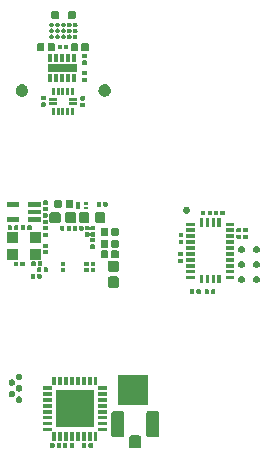
<source format=gbr>
G04 #@! TF.GenerationSoftware,KiCad,Pcbnew,(5.1.5)-3*
G04 #@! TF.CreationDate,2020-06-25T20:31:32-07:00*
G04 #@! TF.ProjectId,Miniscope-v4-Rigid-Flex,4d696e69-7363-46f7-9065-2d76342d5269,rev?*
G04 #@! TF.SameCoordinates,Original*
G04 #@! TF.FileFunction,Soldermask,Top*
G04 #@! TF.FilePolarity,Negative*
%FSLAX46Y46*%
G04 Gerber Fmt 4.6, Leading zero omitted, Abs format (unit mm)*
G04 Created by KiCad (PCBNEW (5.1.5)-3) date 2020-06-25 20:31:32*
%MOMM*%
%LPD*%
G04 APERTURE LIST*
%ADD10C,0.100000*%
G04 APERTURE END LIST*
D10*
G36*
X110164143Y-129213700D02*
G01*
X110208616Y-129227190D01*
X110249604Y-129249099D01*
X110285523Y-129278577D01*
X110315001Y-129314496D01*
X110336910Y-129355484D01*
X110350400Y-129399957D01*
X110355200Y-129448692D01*
X110355200Y-130069908D01*
X110350400Y-130118643D01*
X110336910Y-130163116D01*
X110315001Y-130204104D01*
X110285523Y-130240023D01*
X110249604Y-130269501D01*
X110208616Y-130291410D01*
X110164143Y-130304900D01*
X110115408Y-130309700D01*
X109544192Y-130309700D01*
X109495457Y-130304900D01*
X109450984Y-130291410D01*
X109409996Y-130269501D01*
X109374077Y-130240023D01*
X109344599Y-130204104D01*
X109322690Y-130163116D01*
X109309200Y-130118643D01*
X109304400Y-130069908D01*
X109304400Y-129448692D01*
X109309200Y-129399957D01*
X109322690Y-129355484D01*
X109344599Y-129314496D01*
X109374077Y-129278577D01*
X109409996Y-129249099D01*
X109450984Y-129227190D01*
X109495457Y-129213700D01*
X109544192Y-129208900D01*
X110115408Y-129208900D01*
X110164143Y-129213700D01*
G37*
G36*
X106190392Y-129866285D02*
G01*
X106202503Y-129869959D01*
X106213663Y-129875924D01*
X106223447Y-129883953D01*
X106231476Y-129893737D01*
X106237441Y-129904897D01*
X106241115Y-129917008D01*
X106242600Y-129932091D01*
X106242600Y-130188309D01*
X106241115Y-130203392D01*
X106237441Y-130215503D01*
X106231476Y-130226663D01*
X106223447Y-130236447D01*
X106213663Y-130244476D01*
X106202503Y-130250441D01*
X106190392Y-130254115D01*
X106175309Y-130255600D01*
X105949091Y-130255600D01*
X105934008Y-130254115D01*
X105921897Y-130250441D01*
X105910737Y-130244476D01*
X105900953Y-130236447D01*
X105892924Y-130226663D01*
X105886959Y-130215503D01*
X105883285Y-130203392D01*
X105881800Y-130188309D01*
X105881800Y-129932091D01*
X105883285Y-129917008D01*
X105886959Y-129904897D01*
X105892924Y-129893737D01*
X105900953Y-129883953D01*
X105910737Y-129875924D01*
X105921897Y-129869959D01*
X105934008Y-129866285D01*
X105949091Y-129864800D01*
X106175309Y-129864800D01*
X106190392Y-129866285D01*
G37*
G36*
X105640392Y-129866285D02*
G01*
X105652503Y-129869959D01*
X105663663Y-129875924D01*
X105673447Y-129883953D01*
X105681476Y-129893737D01*
X105687441Y-129904897D01*
X105691115Y-129917008D01*
X105692600Y-129932091D01*
X105692600Y-130188309D01*
X105691115Y-130203392D01*
X105687441Y-130215503D01*
X105681476Y-130226663D01*
X105673447Y-130236447D01*
X105663663Y-130244476D01*
X105652503Y-130250441D01*
X105640392Y-130254115D01*
X105625309Y-130255600D01*
X105399091Y-130255600D01*
X105384008Y-130254115D01*
X105371897Y-130250441D01*
X105360737Y-130244476D01*
X105350953Y-130236447D01*
X105342924Y-130226663D01*
X105336959Y-130215503D01*
X105333285Y-130203392D01*
X105331800Y-130188309D01*
X105331800Y-129932091D01*
X105333285Y-129917008D01*
X105336959Y-129904897D01*
X105342924Y-129893737D01*
X105350953Y-129883953D01*
X105360737Y-129875924D01*
X105371897Y-129869959D01*
X105384008Y-129866285D01*
X105399091Y-129864800D01*
X105625309Y-129864800D01*
X105640392Y-129866285D01*
G37*
G36*
X102951792Y-129863485D02*
G01*
X102963903Y-129867159D01*
X102975063Y-129873124D01*
X102984847Y-129881153D01*
X102992876Y-129890937D01*
X102998841Y-129902097D01*
X103002515Y-129914208D01*
X103004000Y-129929291D01*
X103004000Y-130185509D01*
X103002515Y-130200592D01*
X102998841Y-130212703D01*
X102992876Y-130223863D01*
X102984847Y-130233647D01*
X102975063Y-130241676D01*
X102963903Y-130247641D01*
X102951792Y-130251315D01*
X102936709Y-130252800D01*
X102710491Y-130252800D01*
X102695408Y-130251315D01*
X102683297Y-130247641D01*
X102672137Y-130241676D01*
X102662353Y-130233647D01*
X102654324Y-130223863D01*
X102648359Y-130212703D01*
X102644685Y-130200592D01*
X102643200Y-130185509D01*
X102643200Y-129929291D01*
X102644685Y-129914208D01*
X102648359Y-129902097D01*
X102654324Y-129890937D01*
X102662353Y-129881153D01*
X102672137Y-129873124D01*
X102683297Y-129867159D01*
X102695408Y-129863485D01*
X102710491Y-129862000D01*
X102936709Y-129862000D01*
X102951792Y-129863485D01*
G37*
G36*
X104043992Y-129863485D02*
G01*
X104056103Y-129867159D01*
X104067263Y-129873124D01*
X104077047Y-129881153D01*
X104085076Y-129890937D01*
X104091041Y-129902097D01*
X104094715Y-129914208D01*
X104096200Y-129929291D01*
X104096200Y-130185509D01*
X104094715Y-130200592D01*
X104091041Y-130212703D01*
X104085076Y-130223863D01*
X104077047Y-130233647D01*
X104067263Y-130241676D01*
X104056103Y-130247641D01*
X104043992Y-130251315D01*
X104028909Y-130252800D01*
X103802691Y-130252800D01*
X103787608Y-130251315D01*
X103775497Y-130247641D01*
X103764337Y-130241676D01*
X103754553Y-130233647D01*
X103746524Y-130223863D01*
X103740559Y-130212703D01*
X103736885Y-130200592D01*
X103735400Y-130185509D01*
X103735400Y-129929291D01*
X103736885Y-129914208D01*
X103740559Y-129902097D01*
X103746524Y-129890937D01*
X103754553Y-129881153D01*
X103764337Y-129873124D01*
X103775497Y-129867159D01*
X103787608Y-129863485D01*
X103802691Y-129862000D01*
X104028909Y-129862000D01*
X104043992Y-129863485D01*
G37*
G36*
X104593992Y-129863485D02*
G01*
X104606103Y-129867159D01*
X104617263Y-129873124D01*
X104627047Y-129881153D01*
X104635076Y-129890937D01*
X104641041Y-129902097D01*
X104644715Y-129914208D01*
X104646200Y-129929291D01*
X104646200Y-130185509D01*
X104644715Y-130200592D01*
X104641041Y-130212703D01*
X104635076Y-130223863D01*
X104627047Y-130233647D01*
X104617263Y-130241676D01*
X104606103Y-130247641D01*
X104593992Y-130251315D01*
X104578909Y-130252800D01*
X104352691Y-130252800D01*
X104337608Y-130251315D01*
X104325497Y-130247641D01*
X104314337Y-130241676D01*
X104304553Y-130233647D01*
X104296524Y-130223863D01*
X104290559Y-130212703D01*
X104286885Y-130200592D01*
X104285400Y-130185509D01*
X104285400Y-129929291D01*
X104286885Y-129914208D01*
X104290559Y-129902097D01*
X104296524Y-129890937D01*
X104304553Y-129881153D01*
X104314337Y-129873124D01*
X104325497Y-129867159D01*
X104337608Y-129863485D01*
X104352691Y-129862000D01*
X104578909Y-129862000D01*
X104593992Y-129863485D01*
G37*
G36*
X103501792Y-129863485D02*
G01*
X103513903Y-129867159D01*
X103525063Y-129873124D01*
X103534847Y-129881153D01*
X103542876Y-129890937D01*
X103548841Y-129902097D01*
X103552515Y-129914208D01*
X103554000Y-129929291D01*
X103554000Y-130185509D01*
X103552515Y-130200592D01*
X103548841Y-130212703D01*
X103542876Y-130223863D01*
X103534847Y-130233647D01*
X103525063Y-130241676D01*
X103513903Y-130247641D01*
X103501792Y-130251315D01*
X103486709Y-130252800D01*
X103260491Y-130252800D01*
X103245408Y-130251315D01*
X103233297Y-130247641D01*
X103222137Y-130241676D01*
X103212353Y-130233647D01*
X103204324Y-130223863D01*
X103198359Y-130212703D01*
X103194685Y-130200592D01*
X103193200Y-130185509D01*
X103193200Y-129929291D01*
X103194685Y-129914208D01*
X103198359Y-129902097D01*
X103204324Y-129890937D01*
X103212353Y-129881153D01*
X103222137Y-129873124D01*
X103233297Y-129867159D01*
X103245408Y-129863485D01*
X103260491Y-129862000D01*
X103486709Y-129862000D01*
X103501792Y-129863485D01*
G37*
G36*
X103642200Y-129648800D02*
G01*
X103331400Y-129648800D01*
X103331400Y-128918000D01*
X103642200Y-128918000D01*
X103642200Y-129648800D01*
G37*
G36*
X104142200Y-129648800D02*
G01*
X103831400Y-129648800D01*
X103831400Y-128918000D01*
X104142200Y-128918000D01*
X104142200Y-129648800D01*
G37*
G36*
X104642200Y-129648800D02*
G01*
X104331400Y-129648800D01*
X104331400Y-128918000D01*
X104642200Y-128918000D01*
X104642200Y-129648800D01*
G37*
G36*
X105142200Y-129648800D02*
G01*
X104831400Y-129648800D01*
X104831400Y-128918000D01*
X105142200Y-128918000D01*
X105142200Y-129648800D01*
G37*
G36*
X106142200Y-129648800D02*
G01*
X105831400Y-129648800D01*
X105831400Y-128918000D01*
X106142200Y-128918000D01*
X106142200Y-129648800D01*
G37*
G36*
X106642200Y-129648800D02*
G01*
X106331400Y-129648800D01*
X106331400Y-128918000D01*
X106642200Y-128918000D01*
X106642200Y-129648800D01*
G37*
G36*
X103142200Y-129648800D02*
G01*
X102831400Y-129648800D01*
X102831400Y-128918000D01*
X103142200Y-128918000D01*
X103142200Y-129648800D01*
G37*
G36*
X105642200Y-129648800D02*
G01*
X105331400Y-129648800D01*
X105331400Y-128918000D01*
X105642200Y-128918000D01*
X105642200Y-129648800D01*
G37*
G36*
X111654082Y-127136440D02*
G01*
X111700901Y-127150643D01*
X111744048Y-127173705D01*
X111781862Y-127204738D01*
X111812895Y-127242552D01*
X111835957Y-127285699D01*
X111850160Y-127332518D01*
X111855200Y-127383692D01*
X111855200Y-129129908D01*
X111850160Y-129181082D01*
X111835957Y-129227901D01*
X111812895Y-129271048D01*
X111781862Y-129308862D01*
X111744048Y-129339895D01*
X111700901Y-129362957D01*
X111654082Y-129377160D01*
X111602908Y-129382200D01*
X111006692Y-129382200D01*
X110955518Y-129377160D01*
X110908699Y-129362957D01*
X110865552Y-129339895D01*
X110827738Y-129308862D01*
X110796705Y-129271048D01*
X110773643Y-129227901D01*
X110759440Y-129181082D01*
X110754400Y-129129908D01*
X110754400Y-127383692D01*
X110759440Y-127332518D01*
X110773643Y-127285699D01*
X110796705Y-127242552D01*
X110827738Y-127204738D01*
X110865552Y-127173705D01*
X110908699Y-127150643D01*
X110955518Y-127136440D01*
X111006692Y-127131400D01*
X111602908Y-127131400D01*
X111654082Y-127136440D01*
G37*
G36*
X108704082Y-127136440D02*
G01*
X108750901Y-127150643D01*
X108794048Y-127173705D01*
X108831862Y-127204738D01*
X108862895Y-127242552D01*
X108885957Y-127285699D01*
X108900160Y-127332518D01*
X108905200Y-127383692D01*
X108905200Y-129129908D01*
X108900160Y-129181082D01*
X108885957Y-129227901D01*
X108862895Y-129271048D01*
X108831862Y-129308862D01*
X108794048Y-129339895D01*
X108750901Y-129362957D01*
X108704082Y-129377160D01*
X108652908Y-129382200D01*
X108056692Y-129382200D01*
X108005518Y-129377160D01*
X107958699Y-129362957D01*
X107915552Y-129339895D01*
X107877738Y-129308862D01*
X107846705Y-129271048D01*
X107823643Y-129227901D01*
X107809440Y-129181082D01*
X107804400Y-129129908D01*
X107804400Y-127383692D01*
X107809440Y-127332518D01*
X107823643Y-127285699D01*
X107846705Y-127242552D01*
X107877738Y-127204738D01*
X107915552Y-127173705D01*
X107958699Y-127150643D01*
X108005518Y-127136440D01*
X108056692Y-127131400D01*
X108652908Y-127131400D01*
X108704082Y-127136440D01*
G37*
G36*
X107437200Y-128853800D02*
G01*
X106706400Y-128853800D01*
X106706400Y-128543000D01*
X107437200Y-128543000D01*
X107437200Y-128853800D01*
G37*
G36*
X102767200Y-128853800D02*
G01*
X102036400Y-128853800D01*
X102036400Y-128543000D01*
X102767200Y-128543000D01*
X102767200Y-128853800D01*
G37*
G36*
X106312200Y-128523800D02*
G01*
X103161400Y-128523800D01*
X103161400Y-125373000D01*
X106312200Y-125373000D01*
X106312200Y-128523800D01*
G37*
G36*
X102767200Y-128353800D02*
G01*
X102036400Y-128353800D01*
X102036400Y-128043000D01*
X102767200Y-128043000D01*
X102767200Y-128353800D01*
G37*
G36*
X107437200Y-128353800D02*
G01*
X106706400Y-128353800D01*
X106706400Y-128043000D01*
X107437200Y-128043000D01*
X107437200Y-128353800D01*
G37*
G36*
X102767200Y-127853800D02*
G01*
X102036400Y-127853800D01*
X102036400Y-127543000D01*
X102767200Y-127543000D01*
X102767200Y-127853800D01*
G37*
G36*
X107437200Y-127853800D02*
G01*
X106706400Y-127853800D01*
X106706400Y-127543000D01*
X107437200Y-127543000D01*
X107437200Y-127853800D01*
G37*
G36*
X102767200Y-127353800D02*
G01*
X102036400Y-127353800D01*
X102036400Y-127043000D01*
X102767200Y-127043000D01*
X102767200Y-127353800D01*
G37*
G36*
X107437200Y-127353800D02*
G01*
X106706400Y-127353800D01*
X106706400Y-127043000D01*
X107437200Y-127043000D01*
X107437200Y-127353800D01*
G37*
G36*
X107437200Y-126853800D02*
G01*
X106706400Y-126853800D01*
X106706400Y-126543000D01*
X107437200Y-126543000D01*
X107437200Y-126853800D01*
G37*
G36*
X102767200Y-126853800D02*
G01*
X102036400Y-126853800D01*
X102036400Y-126543000D01*
X102767200Y-126543000D01*
X102767200Y-126853800D01*
G37*
G36*
X110952800Y-126662000D02*
G01*
X108402000Y-126662000D01*
X108402000Y-124111200D01*
X110952800Y-124111200D01*
X110952800Y-126662000D01*
G37*
G36*
X100081499Y-125911735D02*
G01*
X100132346Y-125932796D01*
X100178109Y-125963374D01*
X100217024Y-126002289D01*
X100247602Y-126048052D01*
X100268663Y-126098899D01*
X100279400Y-126152879D01*
X100279400Y-126207917D01*
X100268663Y-126261897D01*
X100247602Y-126312744D01*
X100217024Y-126358507D01*
X100178109Y-126397422D01*
X100132346Y-126428000D01*
X100081499Y-126449061D01*
X100027519Y-126459798D01*
X99972481Y-126459798D01*
X99918501Y-126449061D01*
X99867654Y-126428000D01*
X99821891Y-126397422D01*
X99782976Y-126358507D01*
X99752398Y-126312744D01*
X99731337Y-126261897D01*
X99720600Y-126207917D01*
X99720600Y-126152879D01*
X99731337Y-126098899D01*
X99752398Y-126048052D01*
X99782976Y-126002289D01*
X99821891Y-125963374D01*
X99867654Y-125932796D01*
X99918501Y-125911735D01*
X99972481Y-125900998D01*
X100027519Y-125900998D01*
X100081499Y-125911735D01*
G37*
G36*
X107437200Y-126353800D02*
G01*
X106706400Y-126353800D01*
X106706400Y-126043000D01*
X107437200Y-126043000D01*
X107437200Y-126353800D01*
G37*
G36*
X102767200Y-126353800D02*
G01*
X102036400Y-126353800D01*
X102036400Y-126043000D01*
X102767200Y-126043000D01*
X102767200Y-126353800D01*
G37*
G36*
X99471899Y-125429135D02*
G01*
X99522746Y-125450196D01*
X99568509Y-125480774D01*
X99607424Y-125519689D01*
X99638002Y-125565452D01*
X99659063Y-125616299D01*
X99669800Y-125670279D01*
X99669800Y-125725317D01*
X99659063Y-125779297D01*
X99638002Y-125830144D01*
X99607424Y-125875907D01*
X99568509Y-125914822D01*
X99522746Y-125945400D01*
X99471899Y-125966461D01*
X99417919Y-125977198D01*
X99362881Y-125977198D01*
X99308901Y-125966461D01*
X99258054Y-125945400D01*
X99212291Y-125914822D01*
X99173376Y-125875907D01*
X99142798Y-125830144D01*
X99121737Y-125779297D01*
X99111000Y-125725317D01*
X99111000Y-125670279D01*
X99121737Y-125616299D01*
X99142798Y-125565452D01*
X99173376Y-125519689D01*
X99212291Y-125480774D01*
X99258054Y-125450196D01*
X99308901Y-125429135D01*
X99362881Y-125418398D01*
X99417919Y-125418398D01*
X99471899Y-125429135D01*
G37*
G36*
X102767200Y-125853800D02*
G01*
X102036400Y-125853800D01*
X102036400Y-125543000D01*
X102767200Y-125543000D01*
X102767200Y-125853800D01*
G37*
G36*
X107437200Y-125853800D02*
G01*
X106706400Y-125853800D01*
X106706400Y-125543000D01*
X107437200Y-125543000D01*
X107437200Y-125853800D01*
G37*
G36*
X100081499Y-124946536D02*
G01*
X100132346Y-124967597D01*
X100178109Y-124998175D01*
X100217024Y-125037090D01*
X100247602Y-125082853D01*
X100268663Y-125133700D01*
X100279400Y-125187680D01*
X100279400Y-125242718D01*
X100268663Y-125296698D01*
X100247602Y-125347545D01*
X100217024Y-125393308D01*
X100178109Y-125432223D01*
X100132346Y-125462801D01*
X100081499Y-125483862D01*
X100027519Y-125494599D01*
X99972481Y-125494599D01*
X99918501Y-125483862D01*
X99867654Y-125462801D01*
X99821891Y-125432223D01*
X99782976Y-125393308D01*
X99752398Y-125347545D01*
X99731337Y-125296698D01*
X99720600Y-125242718D01*
X99720600Y-125187680D01*
X99731337Y-125133700D01*
X99752398Y-125082853D01*
X99782976Y-125037090D01*
X99821891Y-124998175D01*
X99867654Y-124967597D01*
X99918501Y-124946536D01*
X99972481Y-124935799D01*
X100027519Y-124935799D01*
X100081499Y-124946536D01*
G37*
G36*
X107437200Y-125353800D02*
G01*
X106706400Y-125353800D01*
X106706400Y-125043000D01*
X107437200Y-125043000D01*
X107437200Y-125353800D01*
G37*
G36*
X102767200Y-125353800D02*
G01*
X102036400Y-125353800D01*
X102036400Y-125043000D01*
X102767200Y-125043000D01*
X102767200Y-125353800D01*
G37*
G36*
X99471899Y-124463936D02*
G01*
X99522746Y-124484997D01*
X99568509Y-124515575D01*
X99607424Y-124554490D01*
X99638002Y-124600253D01*
X99659063Y-124651100D01*
X99669800Y-124705080D01*
X99669800Y-124760118D01*
X99659063Y-124814098D01*
X99638002Y-124864945D01*
X99607424Y-124910708D01*
X99568509Y-124949623D01*
X99522746Y-124980201D01*
X99471899Y-125001262D01*
X99417919Y-125011999D01*
X99362881Y-125011999D01*
X99308901Y-125001262D01*
X99258054Y-124980201D01*
X99212291Y-124949623D01*
X99173376Y-124910708D01*
X99142798Y-124864945D01*
X99121737Y-124814098D01*
X99111000Y-124760118D01*
X99111000Y-124705080D01*
X99121737Y-124651100D01*
X99142798Y-124600253D01*
X99173376Y-124554490D01*
X99212291Y-124515575D01*
X99258054Y-124484997D01*
X99308901Y-124463936D01*
X99362881Y-124453199D01*
X99417919Y-124453199D01*
X99471899Y-124463936D01*
G37*
G36*
X104642200Y-124978800D02*
G01*
X104331400Y-124978800D01*
X104331400Y-124248000D01*
X104642200Y-124248000D01*
X104642200Y-124978800D01*
G37*
G36*
X103642200Y-124978800D02*
G01*
X103331400Y-124978800D01*
X103331400Y-124248000D01*
X103642200Y-124248000D01*
X103642200Y-124978800D01*
G37*
G36*
X104142200Y-124978800D02*
G01*
X103831400Y-124978800D01*
X103831400Y-124248000D01*
X104142200Y-124248000D01*
X104142200Y-124978800D01*
G37*
G36*
X105142200Y-124978800D02*
G01*
X104831400Y-124978800D01*
X104831400Y-124248000D01*
X105142200Y-124248000D01*
X105142200Y-124978800D01*
G37*
G36*
X105642200Y-124978800D02*
G01*
X105331400Y-124978800D01*
X105331400Y-124248000D01*
X105642200Y-124248000D01*
X105642200Y-124978800D01*
G37*
G36*
X106142200Y-124978800D02*
G01*
X105831400Y-124978800D01*
X105831400Y-124248000D01*
X106142200Y-124248000D01*
X106142200Y-124978800D01*
G37*
G36*
X106642200Y-124978800D02*
G01*
X106331400Y-124978800D01*
X106331400Y-124248000D01*
X106642200Y-124248000D01*
X106642200Y-124978800D01*
G37*
G36*
X103142200Y-124978800D02*
G01*
X102831400Y-124978800D01*
X102831400Y-124248000D01*
X103142200Y-124248000D01*
X103142200Y-124978800D01*
G37*
G36*
X100081499Y-123981337D02*
G01*
X100132346Y-124002398D01*
X100178109Y-124032976D01*
X100217024Y-124071891D01*
X100247602Y-124117654D01*
X100268663Y-124168501D01*
X100279400Y-124222481D01*
X100279400Y-124277519D01*
X100268663Y-124331499D01*
X100247602Y-124382346D01*
X100217024Y-124428109D01*
X100178109Y-124467024D01*
X100132346Y-124497602D01*
X100081499Y-124518663D01*
X100027519Y-124529400D01*
X99972481Y-124529400D01*
X99918501Y-124518663D01*
X99867654Y-124497602D01*
X99821891Y-124467024D01*
X99782976Y-124428109D01*
X99752398Y-124382346D01*
X99731337Y-124331499D01*
X99720600Y-124277519D01*
X99720600Y-124222481D01*
X99731337Y-124168501D01*
X99752398Y-124117654D01*
X99782976Y-124071891D01*
X99821891Y-124032976D01*
X99867654Y-124002398D01*
X99918501Y-123981337D01*
X99972481Y-123970600D01*
X100027519Y-123970600D01*
X100081499Y-123981337D01*
G37*
G36*
X116578992Y-116844085D02*
G01*
X116591103Y-116847759D01*
X116602263Y-116853724D01*
X116612047Y-116861753D01*
X116620076Y-116871537D01*
X116626041Y-116882697D01*
X116629715Y-116894808D01*
X116631200Y-116909891D01*
X116631200Y-117166109D01*
X116629715Y-117181192D01*
X116626041Y-117193303D01*
X116620076Y-117204463D01*
X116612047Y-117214247D01*
X116602263Y-117222276D01*
X116591103Y-117228241D01*
X116578992Y-117231915D01*
X116563909Y-117233400D01*
X116337691Y-117233400D01*
X116322608Y-117231915D01*
X116310497Y-117228241D01*
X116299337Y-117222276D01*
X116289553Y-117214247D01*
X116281524Y-117204463D01*
X116275559Y-117193303D01*
X116271885Y-117181192D01*
X116270400Y-117166109D01*
X116270400Y-116909891D01*
X116271885Y-116894808D01*
X116275559Y-116882697D01*
X116281524Y-116871537D01*
X116289553Y-116861753D01*
X116299337Y-116853724D01*
X116310497Y-116847759D01*
X116322608Y-116844085D01*
X116337691Y-116842600D01*
X116563909Y-116842600D01*
X116578992Y-116844085D01*
G37*
G36*
X116028992Y-116844085D02*
G01*
X116041103Y-116847759D01*
X116052263Y-116853724D01*
X116062047Y-116861753D01*
X116070076Y-116871537D01*
X116076041Y-116882697D01*
X116079715Y-116894808D01*
X116081200Y-116909891D01*
X116081200Y-117166109D01*
X116079715Y-117181192D01*
X116076041Y-117193303D01*
X116070076Y-117204463D01*
X116062047Y-117214247D01*
X116052263Y-117222276D01*
X116041103Y-117228241D01*
X116028992Y-117231915D01*
X116013909Y-117233400D01*
X115787691Y-117233400D01*
X115772608Y-117231915D01*
X115760497Y-117228241D01*
X115749337Y-117222276D01*
X115739553Y-117214247D01*
X115731524Y-117204463D01*
X115725559Y-117193303D01*
X115721885Y-117181192D01*
X115720400Y-117166109D01*
X115720400Y-116909891D01*
X115721885Y-116894808D01*
X115725559Y-116882697D01*
X115731524Y-116871537D01*
X115739553Y-116861753D01*
X115749337Y-116853724D01*
X115760497Y-116847759D01*
X115772608Y-116844085D01*
X115787691Y-116842600D01*
X116013909Y-116842600D01*
X116028992Y-116844085D01*
G37*
G36*
X115334392Y-116844085D02*
G01*
X115346503Y-116847759D01*
X115357663Y-116853724D01*
X115367447Y-116861753D01*
X115375476Y-116871537D01*
X115381441Y-116882697D01*
X115385115Y-116894808D01*
X115386600Y-116909891D01*
X115386600Y-117166109D01*
X115385115Y-117181192D01*
X115381441Y-117193303D01*
X115375476Y-117204463D01*
X115367447Y-117214247D01*
X115357663Y-117222276D01*
X115346503Y-117228241D01*
X115334392Y-117231915D01*
X115319309Y-117233400D01*
X115093091Y-117233400D01*
X115078008Y-117231915D01*
X115065897Y-117228241D01*
X115054737Y-117222276D01*
X115044953Y-117214247D01*
X115036924Y-117204463D01*
X115030959Y-117193303D01*
X115027285Y-117181192D01*
X115025800Y-117166109D01*
X115025800Y-116909891D01*
X115027285Y-116894808D01*
X115030959Y-116882697D01*
X115036924Y-116871537D01*
X115044953Y-116861753D01*
X115054737Y-116853724D01*
X115065897Y-116847759D01*
X115078008Y-116844085D01*
X115093091Y-116842600D01*
X115319309Y-116842600D01*
X115334392Y-116844085D01*
G37*
G36*
X114784392Y-116844085D02*
G01*
X114796503Y-116847759D01*
X114807663Y-116853724D01*
X114817447Y-116861753D01*
X114825476Y-116871537D01*
X114831441Y-116882697D01*
X114835115Y-116894808D01*
X114836600Y-116909891D01*
X114836600Y-117166109D01*
X114835115Y-117181192D01*
X114831441Y-117193303D01*
X114825476Y-117204463D01*
X114817447Y-117214247D01*
X114807663Y-117222276D01*
X114796503Y-117228241D01*
X114784392Y-117231915D01*
X114769309Y-117233400D01*
X114543091Y-117233400D01*
X114528008Y-117231915D01*
X114515897Y-117228241D01*
X114504737Y-117222276D01*
X114494953Y-117214247D01*
X114486924Y-117204463D01*
X114480959Y-117193303D01*
X114477285Y-117181192D01*
X114475800Y-117166109D01*
X114475800Y-116909891D01*
X114477285Y-116894808D01*
X114480959Y-116882697D01*
X114486924Y-116871537D01*
X114494953Y-116861753D01*
X114504737Y-116853724D01*
X114515897Y-116847759D01*
X114528008Y-116844085D01*
X114543091Y-116842600D01*
X114769309Y-116842600D01*
X114784392Y-116844085D01*
G37*
G36*
X108313478Y-115752471D02*
G01*
X108352792Y-115764397D01*
X108389023Y-115783763D01*
X108420777Y-115809823D01*
X108446837Y-115841577D01*
X108466203Y-115877808D01*
X108478129Y-115917122D01*
X108482400Y-115960491D01*
X108482400Y-116476709D01*
X108478129Y-116520078D01*
X108466203Y-116559392D01*
X108446837Y-116595623D01*
X108420777Y-116627377D01*
X108389023Y-116653437D01*
X108352792Y-116672803D01*
X108313478Y-116684729D01*
X108270109Y-116689000D01*
X107723891Y-116689000D01*
X107680522Y-116684729D01*
X107641208Y-116672803D01*
X107604977Y-116653437D01*
X107573223Y-116627377D01*
X107547163Y-116595623D01*
X107527797Y-116559392D01*
X107515871Y-116520078D01*
X107511600Y-116476709D01*
X107511600Y-115960491D01*
X107515871Y-115917122D01*
X107527797Y-115877808D01*
X107547163Y-115841577D01*
X107573223Y-115809823D01*
X107604977Y-115783763D01*
X107641208Y-115764397D01*
X107680522Y-115752471D01*
X107723891Y-115748200D01*
X108270109Y-115748200D01*
X108313478Y-115752471D01*
G37*
G36*
X116602600Y-116339000D02*
G01*
X116297800Y-116339000D01*
X116297800Y-115613200D01*
X116602600Y-115613200D01*
X116602600Y-116339000D01*
G37*
G36*
X117102600Y-116339000D02*
G01*
X116797800Y-116339000D01*
X116797800Y-115613200D01*
X117102600Y-115613200D01*
X117102600Y-116339000D01*
G37*
G36*
X116102600Y-116339000D02*
G01*
X115797800Y-116339000D01*
X115797800Y-115613200D01*
X116102600Y-115613200D01*
X116102600Y-116339000D01*
G37*
G36*
X115602600Y-116339000D02*
G01*
X115297800Y-116339000D01*
X115297800Y-115613200D01*
X115602600Y-115613200D01*
X115602600Y-116339000D01*
G37*
G36*
X120200074Y-115699498D02*
G01*
X120254524Y-115722052D01*
X120303529Y-115754796D01*
X120345204Y-115796471D01*
X120377948Y-115845476D01*
X120400502Y-115899926D01*
X120412000Y-115957731D01*
X120412000Y-116016669D01*
X120400502Y-116074474D01*
X120377948Y-116128924D01*
X120345204Y-116177929D01*
X120303529Y-116219604D01*
X120254524Y-116252348D01*
X120200074Y-116274902D01*
X120142269Y-116286400D01*
X120083331Y-116286400D01*
X120025526Y-116274902D01*
X119971076Y-116252348D01*
X119922071Y-116219604D01*
X119880396Y-116177929D01*
X119847652Y-116128924D01*
X119825098Y-116074474D01*
X119813600Y-116016669D01*
X119813600Y-115957731D01*
X119825098Y-115899926D01*
X119847652Y-115845476D01*
X119880396Y-115796471D01*
X119922071Y-115754796D01*
X119971076Y-115722052D01*
X120025526Y-115699498D01*
X120083331Y-115688000D01*
X120142269Y-115688000D01*
X120200074Y-115699498D01*
G37*
G36*
X118930074Y-115699498D02*
G01*
X118984524Y-115722052D01*
X119033529Y-115754796D01*
X119075204Y-115796471D01*
X119107948Y-115845476D01*
X119130502Y-115899926D01*
X119142000Y-115957731D01*
X119142000Y-116016669D01*
X119130502Y-116074474D01*
X119107948Y-116128924D01*
X119075204Y-116177929D01*
X119033529Y-116219604D01*
X118984524Y-116252348D01*
X118930074Y-116274902D01*
X118872269Y-116286400D01*
X118813331Y-116286400D01*
X118755526Y-116274902D01*
X118701076Y-116252348D01*
X118652071Y-116219604D01*
X118610396Y-116177929D01*
X118577652Y-116128924D01*
X118555098Y-116074474D01*
X118543600Y-116016669D01*
X118543600Y-115957731D01*
X118555098Y-115899926D01*
X118577652Y-115845476D01*
X118610396Y-115796471D01*
X118652071Y-115754796D01*
X118701076Y-115722052D01*
X118755526Y-115699498D01*
X118813331Y-115688000D01*
X118872269Y-115688000D01*
X118930074Y-115699498D01*
G37*
G36*
X118225600Y-115991000D02*
G01*
X117499800Y-115991000D01*
X117499800Y-115686200D01*
X118225600Y-115686200D01*
X118225600Y-115991000D01*
G37*
G36*
X114900600Y-115991000D02*
G01*
X114174800Y-115991000D01*
X114174800Y-115686200D01*
X114900600Y-115686200D01*
X114900600Y-115991000D01*
G37*
G36*
X101303592Y-115542085D02*
G01*
X101315703Y-115545759D01*
X101326863Y-115551724D01*
X101336647Y-115559753D01*
X101344676Y-115569537D01*
X101350641Y-115580697D01*
X101354315Y-115592808D01*
X101355800Y-115607891D01*
X101355800Y-115864109D01*
X101354315Y-115879192D01*
X101350641Y-115891303D01*
X101344676Y-115902463D01*
X101336647Y-115912247D01*
X101326863Y-115920276D01*
X101315703Y-115926241D01*
X101303592Y-115929915D01*
X101288509Y-115931400D01*
X101062291Y-115931400D01*
X101047208Y-115929915D01*
X101035097Y-115926241D01*
X101023937Y-115920276D01*
X101014153Y-115912247D01*
X101006124Y-115902463D01*
X101000159Y-115891303D01*
X100996485Y-115879192D01*
X100995000Y-115864109D01*
X100995000Y-115607891D01*
X100996485Y-115592808D01*
X101000159Y-115580697D01*
X101006124Y-115569537D01*
X101014153Y-115559753D01*
X101023937Y-115551724D01*
X101035097Y-115545759D01*
X101047208Y-115542085D01*
X101062291Y-115540600D01*
X101288509Y-115540600D01*
X101303592Y-115542085D01*
G37*
G36*
X101853592Y-115542085D02*
G01*
X101865703Y-115545759D01*
X101876863Y-115551724D01*
X101886647Y-115559753D01*
X101894676Y-115569537D01*
X101900641Y-115580697D01*
X101904315Y-115592808D01*
X101905800Y-115607891D01*
X101905800Y-115864109D01*
X101904315Y-115879192D01*
X101900641Y-115891303D01*
X101894676Y-115902463D01*
X101886647Y-115912247D01*
X101876863Y-115920276D01*
X101865703Y-115926241D01*
X101853592Y-115929915D01*
X101838509Y-115931400D01*
X101612291Y-115931400D01*
X101597208Y-115929915D01*
X101585097Y-115926241D01*
X101573937Y-115920276D01*
X101564153Y-115912247D01*
X101556124Y-115902463D01*
X101550159Y-115891303D01*
X101546485Y-115879192D01*
X101545000Y-115864109D01*
X101545000Y-115607891D01*
X101546485Y-115592808D01*
X101550159Y-115580697D01*
X101556124Y-115569537D01*
X101564153Y-115559753D01*
X101573937Y-115551724D01*
X101585097Y-115545759D01*
X101597208Y-115542085D01*
X101612291Y-115540600D01*
X101838509Y-115540600D01*
X101853592Y-115542085D01*
G37*
G36*
X114900600Y-115491000D02*
G01*
X114174800Y-115491000D01*
X114174800Y-115186200D01*
X114900600Y-115186200D01*
X114900600Y-115491000D01*
G37*
G36*
X118225600Y-115491000D02*
G01*
X117499800Y-115491000D01*
X117499800Y-115186200D01*
X118225600Y-115186200D01*
X118225600Y-115491000D01*
G37*
G36*
X103879592Y-115044685D02*
G01*
X103891703Y-115048359D01*
X103902863Y-115054324D01*
X103912647Y-115062353D01*
X103920676Y-115072137D01*
X103926641Y-115083297D01*
X103930315Y-115095408D01*
X103931800Y-115110491D01*
X103931800Y-115336709D01*
X103930315Y-115351792D01*
X103926641Y-115363903D01*
X103920676Y-115375063D01*
X103912647Y-115384847D01*
X103902863Y-115392876D01*
X103891703Y-115398841D01*
X103879592Y-115402515D01*
X103864509Y-115404000D01*
X103608291Y-115404000D01*
X103593208Y-115402515D01*
X103581097Y-115398841D01*
X103569937Y-115392876D01*
X103560153Y-115384847D01*
X103552124Y-115375063D01*
X103546159Y-115363903D01*
X103542485Y-115351792D01*
X103541000Y-115336709D01*
X103541000Y-115110491D01*
X103542485Y-115095408D01*
X103546159Y-115083297D01*
X103552124Y-115072137D01*
X103560153Y-115062353D01*
X103569937Y-115054324D01*
X103581097Y-115048359D01*
X103593208Y-115044685D01*
X103608291Y-115043200D01*
X103864509Y-115043200D01*
X103879592Y-115044685D01*
G37*
G36*
X106400192Y-115008685D02*
G01*
X106412303Y-115012359D01*
X106423463Y-115018324D01*
X106433247Y-115026353D01*
X106441276Y-115036137D01*
X106447241Y-115047297D01*
X106450915Y-115059408D01*
X106452400Y-115074491D01*
X106452400Y-115330709D01*
X106450915Y-115345792D01*
X106447241Y-115357903D01*
X106441276Y-115369063D01*
X106433247Y-115378847D01*
X106423463Y-115386876D01*
X106412303Y-115392841D01*
X106400192Y-115396515D01*
X106385109Y-115398000D01*
X106158891Y-115398000D01*
X106143808Y-115396515D01*
X106131697Y-115392841D01*
X106120537Y-115386876D01*
X106110753Y-115378847D01*
X106102724Y-115369063D01*
X106096759Y-115357903D01*
X106093085Y-115345792D01*
X106091600Y-115330709D01*
X106091600Y-115074491D01*
X106093085Y-115059408D01*
X106096759Y-115047297D01*
X106102724Y-115036137D01*
X106110753Y-115026353D01*
X106120537Y-115018324D01*
X106131697Y-115012359D01*
X106143808Y-115008685D01*
X106158891Y-115007200D01*
X106385109Y-115007200D01*
X106400192Y-115008685D01*
G37*
G36*
X105850192Y-115008685D02*
G01*
X105862303Y-115012359D01*
X105873463Y-115018324D01*
X105883247Y-115026353D01*
X105891276Y-115036137D01*
X105897241Y-115047297D01*
X105900915Y-115059408D01*
X105902400Y-115074491D01*
X105902400Y-115330709D01*
X105900915Y-115345792D01*
X105897241Y-115357903D01*
X105891276Y-115369063D01*
X105883247Y-115378847D01*
X105873463Y-115386876D01*
X105862303Y-115392841D01*
X105850192Y-115396515D01*
X105835109Y-115398000D01*
X105608891Y-115398000D01*
X105593808Y-115396515D01*
X105581697Y-115392841D01*
X105570537Y-115386876D01*
X105560753Y-115378847D01*
X105552724Y-115369063D01*
X105546759Y-115357903D01*
X105543085Y-115345792D01*
X105541600Y-115330709D01*
X105541600Y-115074491D01*
X105543085Y-115059408D01*
X105546759Y-115047297D01*
X105552724Y-115036137D01*
X105560753Y-115026353D01*
X105570537Y-115018324D01*
X105581697Y-115012359D01*
X105593808Y-115008685D01*
X105608891Y-115007200D01*
X105835109Y-115007200D01*
X105850192Y-115008685D01*
G37*
G36*
X102386992Y-114983285D02*
G01*
X102399103Y-114986959D01*
X102410263Y-114992924D01*
X102420047Y-115000953D01*
X102428076Y-115010737D01*
X102434041Y-115021897D01*
X102437715Y-115034008D01*
X102439200Y-115049091D01*
X102439200Y-115305309D01*
X102437715Y-115320392D01*
X102434041Y-115332503D01*
X102428076Y-115343663D01*
X102420047Y-115353447D01*
X102410263Y-115361476D01*
X102399103Y-115367441D01*
X102386992Y-115371115D01*
X102371909Y-115372600D01*
X102145691Y-115372600D01*
X102130608Y-115371115D01*
X102118497Y-115367441D01*
X102107337Y-115361476D01*
X102097553Y-115353447D01*
X102089524Y-115343663D01*
X102083559Y-115332503D01*
X102079885Y-115320392D01*
X102078400Y-115305309D01*
X102078400Y-115049091D01*
X102079885Y-115034008D01*
X102083559Y-115021897D01*
X102089524Y-115010737D01*
X102097553Y-115000953D01*
X102107337Y-114992924D01*
X102118497Y-114986959D01*
X102130608Y-114983285D01*
X102145691Y-114981800D01*
X102371909Y-114981800D01*
X102386992Y-114983285D01*
G37*
G36*
X101836992Y-114983285D02*
G01*
X101849103Y-114986959D01*
X101860263Y-114992924D01*
X101870047Y-115000953D01*
X101878076Y-115010737D01*
X101884041Y-115021897D01*
X101887715Y-115034008D01*
X101889200Y-115049091D01*
X101889200Y-115305309D01*
X101887715Y-115320392D01*
X101884041Y-115332503D01*
X101878076Y-115343663D01*
X101870047Y-115353447D01*
X101860263Y-115361476D01*
X101849103Y-115367441D01*
X101836992Y-115371115D01*
X101821909Y-115372600D01*
X101595691Y-115372600D01*
X101580608Y-115371115D01*
X101568497Y-115367441D01*
X101557337Y-115361476D01*
X101547553Y-115353447D01*
X101539524Y-115343663D01*
X101533559Y-115332503D01*
X101529885Y-115320392D01*
X101528400Y-115305309D01*
X101528400Y-115049091D01*
X101529885Y-115034008D01*
X101533559Y-115021897D01*
X101539524Y-115010737D01*
X101547553Y-115000953D01*
X101557337Y-114992924D01*
X101568497Y-114986959D01*
X101580608Y-114983285D01*
X101595691Y-114981800D01*
X101821909Y-114981800D01*
X101836992Y-114983285D01*
G37*
G36*
X108313478Y-114422471D02*
G01*
X108352792Y-114434397D01*
X108389023Y-114453763D01*
X108420777Y-114479823D01*
X108446837Y-114511577D01*
X108466203Y-114547808D01*
X108478129Y-114587122D01*
X108482400Y-114630491D01*
X108482400Y-115146709D01*
X108478129Y-115190078D01*
X108466203Y-115229392D01*
X108446837Y-115265623D01*
X108420777Y-115297377D01*
X108389023Y-115323437D01*
X108352792Y-115342803D01*
X108313478Y-115354729D01*
X108270109Y-115359000D01*
X107723891Y-115359000D01*
X107680522Y-115354729D01*
X107641208Y-115342803D01*
X107604977Y-115323437D01*
X107573223Y-115297377D01*
X107547163Y-115265623D01*
X107527797Y-115229392D01*
X107515871Y-115190078D01*
X107511600Y-115146709D01*
X107511600Y-114630491D01*
X107515871Y-114587122D01*
X107527797Y-114547808D01*
X107547163Y-114511577D01*
X107573223Y-114479823D01*
X107604977Y-114453763D01*
X107641208Y-114434397D01*
X107680522Y-114422471D01*
X107723891Y-114418200D01*
X108270109Y-114418200D01*
X108313478Y-114422471D01*
G37*
G36*
X118930074Y-114429498D02*
G01*
X118984524Y-114452052D01*
X119033529Y-114484796D01*
X119075204Y-114526471D01*
X119107948Y-114575476D01*
X119130502Y-114629926D01*
X119142000Y-114687731D01*
X119142000Y-114746669D01*
X119130502Y-114804474D01*
X119107948Y-114858924D01*
X119075204Y-114907929D01*
X119033529Y-114949604D01*
X118984524Y-114982348D01*
X118930074Y-115004902D01*
X118872269Y-115016400D01*
X118813331Y-115016400D01*
X118755526Y-115004902D01*
X118701076Y-114982348D01*
X118652071Y-114949604D01*
X118610396Y-114907929D01*
X118577652Y-114858924D01*
X118555098Y-114804474D01*
X118543600Y-114746669D01*
X118543600Y-114687731D01*
X118555098Y-114629926D01*
X118577652Y-114575476D01*
X118610396Y-114526471D01*
X118652071Y-114484796D01*
X118701076Y-114452052D01*
X118755526Y-114429498D01*
X118813331Y-114418000D01*
X118872269Y-114418000D01*
X118930074Y-114429498D01*
G37*
G36*
X120200074Y-114429498D02*
G01*
X120254524Y-114452052D01*
X120303529Y-114484796D01*
X120345204Y-114526471D01*
X120377948Y-114575476D01*
X120400502Y-114629926D01*
X120412000Y-114687731D01*
X120412000Y-114746669D01*
X120400502Y-114804474D01*
X120377948Y-114858924D01*
X120345204Y-114907929D01*
X120303529Y-114949604D01*
X120254524Y-114982348D01*
X120200074Y-115004902D01*
X120142269Y-115016400D01*
X120083331Y-115016400D01*
X120025526Y-115004902D01*
X119971076Y-114982348D01*
X119922071Y-114949604D01*
X119880396Y-114907929D01*
X119847652Y-114858924D01*
X119825098Y-114804474D01*
X119813600Y-114746669D01*
X119813600Y-114687731D01*
X119825098Y-114629926D01*
X119847652Y-114575476D01*
X119880396Y-114526471D01*
X119922071Y-114484796D01*
X119971076Y-114452052D01*
X120025526Y-114429498D01*
X120083331Y-114418000D01*
X120142269Y-114418000D01*
X120200074Y-114429498D01*
G37*
G36*
X114900600Y-114991000D02*
G01*
X114174800Y-114991000D01*
X114174800Y-114686200D01*
X114900600Y-114686200D01*
X114900600Y-114991000D01*
G37*
G36*
X118225600Y-114991000D02*
G01*
X117499800Y-114991000D01*
X117499800Y-114686200D01*
X118225600Y-114686200D01*
X118225600Y-114991000D01*
G37*
G36*
X106400192Y-114500685D02*
G01*
X106412303Y-114504359D01*
X106423463Y-114510324D01*
X106433247Y-114518353D01*
X106441276Y-114528137D01*
X106447241Y-114539297D01*
X106450915Y-114551408D01*
X106452400Y-114566491D01*
X106452400Y-114822709D01*
X106450915Y-114837792D01*
X106447241Y-114849903D01*
X106441276Y-114861063D01*
X106433247Y-114870847D01*
X106423463Y-114878876D01*
X106412303Y-114884841D01*
X106400192Y-114888515D01*
X106385109Y-114890000D01*
X106158891Y-114890000D01*
X106143808Y-114888515D01*
X106131697Y-114884841D01*
X106120537Y-114878876D01*
X106110753Y-114870847D01*
X106102724Y-114861063D01*
X106096759Y-114849903D01*
X106093085Y-114837792D01*
X106091600Y-114822709D01*
X106091600Y-114566491D01*
X106093085Y-114551408D01*
X106096759Y-114539297D01*
X106102724Y-114528137D01*
X106110753Y-114518353D01*
X106120537Y-114510324D01*
X106131697Y-114504359D01*
X106143808Y-114500685D01*
X106158891Y-114499200D01*
X106385109Y-114499200D01*
X106400192Y-114500685D01*
G37*
G36*
X105850192Y-114500685D02*
G01*
X105862303Y-114504359D01*
X105873463Y-114510324D01*
X105883247Y-114518353D01*
X105891276Y-114528137D01*
X105897241Y-114539297D01*
X105900915Y-114551408D01*
X105902400Y-114566491D01*
X105902400Y-114822709D01*
X105900915Y-114837792D01*
X105897241Y-114849903D01*
X105891276Y-114861063D01*
X105883247Y-114870847D01*
X105873463Y-114878876D01*
X105862303Y-114884841D01*
X105850192Y-114888515D01*
X105835109Y-114890000D01*
X105608891Y-114890000D01*
X105593808Y-114888515D01*
X105581697Y-114884841D01*
X105570537Y-114878876D01*
X105560753Y-114870847D01*
X105552724Y-114861063D01*
X105546759Y-114849903D01*
X105543085Y-114837792D01*
X105541600Y-114822709D01*
X105541600Y-114566491D01*
X105543085Y-114551408D01*
X105546759Y-114539297D01*
X105552724Y-114528137D01*
X105560753Y-114518353D01*
X105570537Y-114510324D01*
X105581697Y-114504359D01*
X105593808Y-114500685D01*
X105608891Y-114499200D01*
X105835109Y-114499200D01*
X105850192Y-114500685D01*
G37*
G36*
X100431192Y-114500685D02*
G01*
X100443303Y-114504359D01*
X100454463Y-114510324D01*
X100464247Y-114518353D01*
X100472276Y-114528137D01*
X100478241Y-114539297D01*
X100481915Y-114551408D01*
X100483400Y-114566491D01*
X100483400Y-114822709D01*
X100481915Y-114837792D01*
X100478241Y-114849903D01*
X100472276Y-114861063D01*
X100464247Y-114870847D01*
X100454463Y-114878876D01*
X100443303Y-114884841D01*
X100431192Y-114888515D01*
X100416109Y-114890000D01*
X100189891Y-114890000D01*
X100174808Y-114888515D01*
X100162697Y-114884841D01*
X100151537Y-114878876D01*
X100141753Y-114870847D01*
X100133724Y-114861063D01*
X100127759Y-114849903D01*
X100124085Y-114837792D01*
X100122600Y-114822709D01*
X100122600Y-114566491D01*
X100124085Y-114551408D01*
X100127759Y-114539297D01*
X100133724Y-114528137D01*
X100141753Y-114518353D01*
X100151537Y-114510324D01*
X100162697Y-114504359D01*
X100174808Y-114500685D01*
X100189891Y-114499200D01*
X100416109Y-114499200D01*
X100431192Y-114500685D01*
G37*
G36*
X99881192Y-114500685D02*
G01*
X99893303Y-114504359D01*
X99904463Y-114510324D01*
X99914247Y-114518353D01*
X99922276Y-114528137D01*
X99928241Y-114539297D01*
X99931915Y-114551408D01*
X99933400Y-114566491D01*
X99933400Y-114822709D01*
X99931915Y-114837792D01*
X99928241Y-114849903D01*
X99922276Y-114861063D01*
X99914247Y-114870847D01*
X99904463Y-114878876D01*
X99893303Y-114884841D01*
X99881192Y-114888515D01*
X99866109Y-114890000D01*
X99639891Y-114890000D01*
X99624808Y-114888515D01*
X99612697Y-114884841D01*
X99601537Y-114878876D01*
X99591753Y-114870847D01*
X99583724Y-114861063D01*
X99577759Y-114849903D01*
X99574085Y-114837792D01*
X99572600Y-114822709D01*
X99572600Y-114566491D01*
X99574085Y-114551408D01*
X99577759Y-114539297D01*
X99583724Y-114528137D01*
X99591753Y-114518353D01*
X99601537Y-114510324D01*
X99612697Y-114504359D01*
X99624808Y-114500685D01*
X99639891Y-114499200D01*
X99866109Y-114499200D01*
X99881192Y-114500685D01*
G37*
G36*
X101899992Y-114475285D02*
G01*
X101912103Y-114478959D01*
X101923263Y-114484924D01*
X101933047Y-114492953D01*
X101941076Y-114502737D01*
X101947041Y-114513897D01*
X101950715Y-114526008D01*
X101952200Y-114541091D01*
X101952200Y-114797309D01*
X101950715Y-114812392D01*
X101947041Y-114824503D01*
X101941076Y-114835663D01*
X101933047Y-114845447D01*
X101923263Y-114853476D01*
X101912103Y-114859441D01*
X101899992Y-114863115D01*
X101884909Y-114864600D01*
X101658691Y-114864600D01*
X101643608Y-114863115D01*
X101631497Y-114859441D01*
X101620337Y-114853476D01*
X101610553Y-114845447D01*
X101602524Y-114835663D01*
X101596559Y-114824503D01*
X101592885Y-114812392D01*
X101591400Y-114797309D01*
X101591400Y-114541091D01*
X101592885Y-114526008D01*
X101596559Y-114513897D01*
X101602524Y-114502737D01*
X101610553Y-114492953D01*
X101620337Y-114484924D01*
X101631497Y-114478959D01*
X101643608Y-114475285D01*
X101658691Y-114473800D01*
X101884909Y-114473800D01*
X101899992Y-114475285D01*
G37*
G36*
X101349992Y-114475285D02*
G01*
X101362103Y-114478959D01*
X101373263Y-114484924D01*
X101383047Y-114492953D01*
X101391076Y-114502737D01*
X101397041Y-114513897D01*
X101400715Y-114526008D01*
X101402200Y-114541091D01*
X101402200Y-114797309D01*
X101400715Y-114812392D01*
X101397041Y-114824503D01*
X101391076Y-114835663D01*
X101383047Y-114845447D01*
X101373263Y-114853476D01*
X101362103Y-114859441D01*
X101349992Y-114863115D01*
X101334909Y-114864600D01*
X101108691Y-114864600D01*
X101093608Y-114863115D01*
X101081497Y-114859441D01*
X101070337Y-114853476D01*
X101060553Y-114845447D01*
X101052524Y-114835663D01*
X101046559Y-114824503D01*
X101042885Y-114812392D01*
X101041400Y-114797309D01*
X101041400Y-114541091D01*
X101042885Y-114526008D01*
X101046559Y-114513897D01*
X101052524Y-114502737D01*
X101060553Y-114492953D01*
X101070337Y-114484924D01*
X101081497Y-114478959D01*
X101093608Y-114475285D01*
X101108691Y-114473800D01*
X101334909Y-114473800D01*
X101349992Y-114475285D01*
G37*
G36*
X103879592Y-114494685D02*
G01*
X103891703Y-114498359D01*
X103902863Y-114504324D01*
X103912647Y-114512353D01*
X103920676Y-114522137D01*
X103926641Y-114533297D01*
X103930315Y-114545408D01*
X103931800Y-114560491D01*
X103931800Y-114786709D01*
X103930315Y-114801792D01*
X103926641Y-114813903D01*
X103920676Y-114825063D01*
X103912647Y-114834847D01*
X103902863Y-114842876D01*
X103891703Y-114848841D01*
X103879592Y-114852515D01*
X103864509Y-114854000D01*
X103608291Y-114854000D01*
X103593208Y-114852515D01*
X103581097Y-114848841D01*
X103569937Y-114842876D01*
X103560153Y-114834847D01*
X103552124Y-114825063D01*
X103546159Y-114813903D01*
X103542485Y-114801792D01*
X103541000Y-114786709D01*
X103541000Y-114560491D01*
X103542485Y-114545408D01*
X103546159Y-114533297D01*
X103552124Y-114522137D01*
X103560153Y-114512353D01*
X103569937Y-114504324D01*
X103581097Y-114498359D01*
X103593208Y-114494685D01*
X103608291Y-114493200D01*
X103864509Y-114493200D01*
X103879592Y-114494685D01*
G37*
G36*
X113829792Y-114231885D02*
G01*
X113841903Y-114235559D01*
X113853063Y-114241524D01*
X113862847Y-114249553D01*
X113870876Y-114259337D01*
X113876841Y-114270497D01*
X113880515Y-114282608D01*
X113882000Y-114297691D01*
X113882000Y-114523909D01*
X113880515Y-114538992D01*
X113876841Y-114551103D01*
X113870876Y-114562263D01*
X113862847Y-114572047D01*
X113853063Y-114580076D01*
X113841903Y-114586041D01*
X113829792Y-114589715D01*
X113814709Y-114591200D01*
X113558491Y-114591200D01*
X113543408Y-114589715D01*
X113531297Y-114586041D01*
X113520137Y-114580076D01*
X113510353Y-114572047D01*
X113502324Y-114562263D01*
X113496359Y-114551103D01*
X113492685Y-114538992D01*
X113491200Y-114523909D01*
X113491200Y-114297691D01*
X113492685Y-114282608D01*
X113496359Y-114270497D01*
X113502324Y-114259337D01*
X113510353Y-114249553D01*
X113520137Y-114241524D01*
X113531297Y-114235559D01*
X113543408Y-114231885D01*
X113558491Y-114230400D01*
X113814709Y-114230400D01*
X113829792Y-114231885D01*
G37*
G36*
X118225600Y-114491000D02*
G01*
X117499800Y-114491000D01*
X117499800Y-114186200D01*
X118225600Y-114186200D01*
X118225600Y-114491000D01*
G37*
G36*
X114900600Y-114491000D02*
G01*
X114174800Y-114491000D01*
X114174800Y-114186200D01*
X114900600Y-114186200D01*
X114900600Y-114491000D01*
G37*
G36*
X99954800Y-114331000D02*
G01*
X99024000Y-114331000D01*
X99024000Y-113450200D01*
X99954800Y-113450200D01*
X99954800Y-114331000D01*
G37*
G36*
X101844800Y-114331000D02*
G01*
X100914000Y-114331000D01*
X100914000Y-113450200D01*
X101844800Y-113450200D01*
X101844800Y-114331000D01*
G37*
G36*
X108327262Y-113544183D02*
G01*
X108352031Y-113551696D01*
X108374869Y-113563904D01*
X108394877Y-113580323D01*
X108411296Y-113600331D01*
X108423504Y-113623169D01*
X108431017Y-113647938D01*
X108433800Y-113676191D01*
X108433800Y-114087409D01*
X108431017Y-114115662D01*
X108423504Y-114140431D01*
X108411296Y-114163269D01*
X108394877Y-114183277D01*
X108374869Y-114199696D01*
X108352031Y-114211904D01*
X108327262Y-114219417D01*
X108299009Y-114222200D01*
X107937791Y-114222200D01*
X107909538Y-114219417D01*
X107884769Y-114211904D01*
X107861931Y-114199696D01*
X107841923Y-114183277D01*
X107825504Y-114163269D01*
X107813296Y-114140431D01*
X107805783Y-114115662D01*
X107803000Y-114087409D01*
X107803000Y-113676191D01*
X107805783Y-113647938D01*
X107813296Y-113623169D01*
X107825504Y-113600331D01*
X107841923Y-113580323D01*
X107861931Y-113563904D01*
X107884769Y-113551696D01*
X107909538Y-113544183D01*
X107937791Y-113541400D01*
X108299009Y-113541400D01*
X108327262Y-113544183D01*
G37*
G36*
X107437262Y-113544183D02*
G01*
X107462031Y-113551696D01*
X107484869Y-113563904D01*
X107504877Y-113580323D01*
X107521296Y-113600331D01*
X107533504Y-113623169D01*
X107541017Y-113647938D01*
X107543800Y-113676191D01*
X107543800Y-114087409D01*
X107541017Y-114115662D01*
X107533504Y-114140431D01*
X107521296Y-114163269D01*
X107504877Y-114183277D01*
X107484869Y-114199696D01*
X107462031Y-114211904D01*
X107437262Y-114219417D01*
X107409009Y-114222200D01*
X107047791Y-114222200D01*
X107019538Y-114219417D01*
X106994769Y-114211904D01*
X106971931Y-114199696D01*
X106951923Y-114183277D01*
X106935504Y-114163269D01*
X106923296Y-114140431D01*
X106915783Y-114115662D01*
X106913000Y-114087409D01*
X106913000Y-113676191D01*
X106915783Y-113647938D01*
X106923296Y-113623169D01*
X106935504Y-113600331D01*
X106951923Y-113580323D01*
X106971931Y-113563904D01*
X106994769Y-113551696D01*
X107019538Y-113544183D01*
X107047791Y-113541400D01*
X107409009Y-113541400D01*
X107437262Y-113544183D01*
G37*
G36*
X113829792Y-113681885D02*
G01*
X113841903Y-113685559D01*
X113853063Y-113691524D01*
X113862847Y-113699553D01*
X113870876Y-113709337D01*
X113876841Y-113720497D01*
X113880515Y-113732608D01*
X113882000Y-113747691D01*
X113882000Y-113973909D01*
X113880515Y-113988992D01*
X113876841Y-114001103D01*
X113870876Y-114012263D01*
X113862847Y-114022047D01*
X113853063Y-114030076D01*
X113841903Y-114036041D01*
X113829792Y-114039715D01*
X113814709Y-114041200D01*
X113558491Y-114041200D01*
X113543408Y-114039715D01*
X113531297Y-114036041D01*
X113520137Y-114030076D01*
X113510353Y-114022047D01*
X113502324Y-114012263D01*
X113496359Y-114001103D01*
X113492685Y-113988992D01*
X113491200Y-113973909D01*
X113491200Y-113747691D01*
X113492685Y-113732608D01*
X113496359Y-113720497D01*
X113502324Y-113709337D01*
X113510353Y-113699553D01*
X113520137Y-113691524D01*
X113531297Y-113685559D01*
X113543408Y-113681885D01*
X113558491Y-113680400D01*
X113814709Y-113680400D01*
X113829792Y-113681885D01*
G37*
G36*
X114900600Y-113991000D02*
G01*
X114174800Y-113991000D01*
X114174800Y-113686200D01*
X114900600Y-113686200D01*
X114900600Y-113991000D01*
G37*
G36*
X118225600Y-113991000D02*
G01*
X117499800Y-113991000D01*
X117499800Y-113686200D01*
X118225600Y-113686200D01*
X118225600Y-113991000D01*
G37*
G36*
X102380992Y-113520685D02*
G01*
X102393103Y-113524359D01*
X102404263Y-113530324D01*
X102414047Y-113538353D01*
X102422076Y-113548137D01*
X102428041Y-113559297D01*
X102431715Y-113571408D01*
X102433200Y-113586491D01*
X102433200Y-113812709D01*
X102431715Y-113827792D01*
X102428041Y-113839903D01*
X102422076Y-113851063D01*
X102414047Y-113860847D01*
X102404263Y-113868876D01*
X102393103Y-113874841D01*
X102380992Y-113878515D01*
X102365909Y-113880000D01*
X102109691Y-113880000D01*
X102094608Y-113878515D01*
X102082497Y-113874841D01*
X102071337Y-113868876D01*
X102061553Y-113860847D01*
X102053524Y-113851063D01*
X102047559Y-113839903D01*
X102043885Y-113827792D01*
X102042400Y-113812709D01*
X102042400Y-113586491D01*
X102043885Y-113571408D01*
X102047559Y-113559297D01*
X102053524Y-113548137D01*
X102061553Y-113538353D01*
X102071337Y-113530324D01*
X102082497Y-113524359D01*
X102094608Y-113520685D01*
X102109691Y-113519200D01*
X102365909Y-113519200D01*
X102380992Y-113520685D01*
G37*
G36*
X120200074Y-113159498D02*
G01*
X120254524Y-113182052D01*
X120303529Y-113214796D01*
X120345204Y-113256471D01*
X120377948Y-113305476D01*
X120400502Y-113359926D01*
X120412000Y-113417731D01*
X120412000Y-113476669D01*
X120400502Y-113534474D01*
X120377948Y-113588924D01*
X120345204Y-113637929D01*
X120303529Y-113679604D01*
X120254524Y-113712348D01*
X120200074Y-113734902D01*
X120142269Y-113746400D01*
X120083331Y-113746400D01*
X120025526Y-113734902D01*
X119971076Y-113712348D01*
X119922071Y-113679604D01*
X119880396Y-113637929D01*
X119847652Y-113588924D01*
X119825098Y-113534474D01*
X119813600Y-113476669D01*
X119813600Y-113417731D01*
X119825098Y-113359926D01*
X119847652Y-113305476D01*
X119880396Y-113256471D01*
X119922071Y-113214796D01*
X119971076Y-113182052D01*
X120025526Y-113159498D01*
X120083331Y-113148000D01*
X120142269Y-113148000D01*
X120200074Y-113159498D01*
G37*
G36*
X118930074Y-113159498D02*
G01*
X118984524Y-113182052D01*
X119033529Y-113214796D01*
X119075204Y-113256471D01*
X119107948Y-113305476D01*
X119130502Y-113359926D01*
X119142000Y-113417731D01*
X119142000Y-113476669D01*
X119130502Y-113534474D01*
X119107948Y-113588924D01*
X119075204Y-113637929D01*
X119033529Y-113679604D01*
X118984524Y-113712348D01*
X118930074Y-113734902D01*
X118872269Y-113746400D01*
X118813331Y-113746400D01*
X118755526Y-113734902D01*
X118701076Y-113712348D01*
X118652071Y-113679604D01*
X118610396Y-113637929D01*
X118577652Y-113588924D01*
X118555098Y-113534474D01*
X118543600Y-113476669D01*
X118543600Y-113417731D01*
X118555098Y-113359926D01*
X118577652Y-113305476D01*
X118610396Y-113256471D01*
X118652071Y-113214796D01*
X118701076Y-113182052D01*
X118755526Y-113159498D01*
X118813331Y-113148000D01*
X118872269Y-113148000D01*
X118930074Y-113159498D01*
G37*
G36*
X118225600Y-113491000D02*
G01*
X117499800Y-113491000D01*
X117499800Y-113186200D01*
X118225600Y-113186200D01*
X118225600Y-113491000D01*
G37*
G36*
X114900600Y-113491000D02*
G01*
X114174800Y-113491000D01*
X114174800Y-113186200D01*
X114900600Y-113186200D01*
X114900600Y-113491000D01*
G37*
G36*
X106368792Y-113038085D02*
G01*
X106380903Y-113041759D01*
X106392063Y-113047724D01*
X106401847Y-113055753D01*
X106409876Y-113065537D01*
X106415841Y-113076697D01*
X106419515Y-113088808D01*
X106421000Y-113103891D01*
X106421000Y-113330109D01*
X106419515Y-113345192D01*
X106415841Y-113357303D01*
X106409876Y-113368463D01*
X106401847Y-113378247D01*
X106392063Y-113386276D01*
X106380903Y-113392241D01*
X106368792Y-113395915D01*
X106353709Y-113397400D01*
X106097491Y-113397400D01*
X106082408Y-113395915D01*
X106070297Y-113392241D01*
X106059137Y-113386276D01*
X106049353Y-113378247D01*
X106041324Y-113368463D01*
X106035359Y-113357303D01*
X106031685Y-113345192D01*
X106030200Y-113330109D01*
X106030200Y-113103891D01*
X106031685Y-113088808D01*
X106035359Y-113076697D01*
X106041324Y-113065537D01*
X106049353Y-113055753D01*
X106059137Y-113047724D01*
X106070297Y-113041759D01*
X106082408Y-113038085D01*
X106097491Y-113036600D01*
X106353709Y-113036600D01*
X106368792Y-113038085D01*
G37*
G36*
X107462662Y-112655183D02*
G01*
X107487431Y-112662696D01*
X107510269Y-112674904D01*
X107530277Y-112691323D01*
X107546696Y-112711331D01*
X107558904Y-112734169D01*
X107566417Y-112758938D01*
X107569200Y-112787191D01*
X107569200Y-113198409D01*
X107566417Y-113226662D01*
X107558904Y-113251431D01*
X107546696Y-113274269D01*
X107530277Y-113294277D01*
X107510269Y-113310696D01*
X107487431Y-113322904D01*
X107462662Y-113330417D01*
X107434409Y-113333200D01*
X107073191Y-113333200D01*
X107044938Y-113330417D01*
X107020169Y-113322904D01*
X106997331Y-113310696D01*
X106977323Y-113294277D01*
X106960904Y-113274269D01*
X106948696Y-113251431D01*
X106941183Y-113226662D01*
X106938400Y-113198409D01*
X106938400Y-112787191D01*
X106941183Y-112758938D01*
X106948696Y-112734169D01*
X106960904Y-112711331D01*
X106977323Y-112691323D01*
X106997331Y-112674904D01*
X107020169Y-112662696D01*
X107044938Y-112655183D01*
X107073191Y-112652400D01*
X107434409Y-112652400D01*
X107462662Y-112655183D01*
G37*
G36*
X108352662Y-112655183D02*
G01*
X108377431Y-112662696D01*
X108400269Y-112674904D01*
X108420277Y-112691323D01*
X108436696Y-112711331D01*
X108448904Y-112734169D01*
X108456417Y-112758938D01*
X108459200Y-112787191D01*
X108459200Y-113198409D01*
X108456417Y-113226662D01*
X108448904Y-113251431D01*
X108436696Y-113274269D01*
X108420277Y-113294277D01*
X108400269Y-113310696D01*
X108377431Y-113322904D01*
X108352662Y-113330417D01*
X108324409Y-113333200D01*
X107963191Y-113333200D01*
X107934938Y-113330417D01*
X107910169Y-113322904D01*
X107887331Y-113310696D01*
X107867323Y-113294277D01*
X107850904Y-113274269D01*
X107838696Y-113251431D01*
X107831183Y-113226662D01*
X107828400Y-113198409D01*
X107828400Y-112787191D01*
X107831183Y-112758938D01*
X107838696Y-112734169D01*
X107850904Y-112711331D01*
X107867323Y-112691323D01*
X107887331Y-112674904D01*
X107910169Y-112662696D01*
X107934938Y-112655183D01*
X107963191Y-112652400D01*
X108324409Y-112652400D01*
X108352662Y-112655183D01*
G37*
G36*
X102380992Y-112970685D02*
G01*
X102393103Y-112974359D01*
X102404263Y-112980324D01*
X102414047Y-112988353D01*
X102422076Y-112998137D01*
X102428041Y-113009297D01*
X102431715Y-113021408D01*
X102433200Y-113036491D01*
X102433200Y-113262709D01*
X102431715Y-113277792D01*
X102428041Y-113289903D01*
X102422076Y-113301063D01*
X102414047Y-113310847D01*
X102404263Y-113318876D01*
X102393103Y-113324841D01*
X102380992Y-113328515D01*
X102365909Y-113330000D01*
X102109691Y-113330000D01*
X102094608Y-113328515D01*
X102082497Y-113324841D01*
X102071337Y-113318876D01*
X102061553Y-113310847D01*
X102053524Y-113301063D01*
X102047559Y-113289903D01*
X102043885Y-113277792D01*
X102042400Y-113262709D01*
X102042400Y-113036491D01*
X102043885Y-113021408D01*
X102047559Y-113009297D01*
X102053524Y-112998137D01*
X102061553Y-112988353D01*
X102071337Y-112980324D01*
X102082497Y-112974359D01*
X102094608Y-112970685D01*
X102109691Y-112969200D01*
X102365909Y-112969200D01*
X102380992Y-112970685D01*
G37*
G36*
X118225600Y-112991000D02*
G01*
X117499800Y-112991000D01*
X117499800Y-112686200D01*
X118225600Y-112686200D01*
X118225600Y-112991000D01*
G37*
G36*
X114900600Y-112991000D02*
G01*
X114174800Y-112991000D01*
X114174800Y-112686200D01*
X114900600Y-112686200D01*
X114900600Y-112991000D01*
G37*
G36*
X113865592Y-112631685D02*
G01*
X113877703Y-112635359D01*
X113888863Y-112641324D01*
X113898647Y-112649353D01*
X113906676Y-112659137D01*
X113912641Y-112670297D01*
X113916315Y-112682408D01*
X113917800Y-112697491D01*
X113917800Y-112923709D01*
X113916315Y-112938792D01*
X113912641Y-112950903D01*
X113906676Y-112962063D01*
X113898647Y-112971847D01*
X113888863Y-112979876D01*
X113877703Y-112985841D01*
X113865592Y-112989515D01*
X113850509Y-112991000D01*
X113594291Y-112991000D01*
X113579208Y-112989515D01*
X113567097Y-112985841D01*
X113555937Y-112979876D01*
X113546153Y-112971847D01*
X113538124Y-112962063D01*
X113532159Y-112950903D01*
X113528485Y-112938792D01*
X113527000Y-112923709D01*
X113527000Y-112697491D01*
X113528485Y-112682408D01*
X113532159Y-112670297D01*
X113538124Y-112659137D01*
X113546153Y-112649353D01*
X113555937Y-112641324D01*
X113567097Y-112635359D01*
X113579208Y-112631685D01*
X113594291Y-112630200D01*
X113850509Y-112630200D01*
X113865592Y-112631685D01*
G37*
G36*
X101844800Y-112891000D02*
G01*
X100914000Y-112891000D01*
X100914000Y-112010200D01*
X101844800Y-112010200D01*
X101844800Y-112891000D01*
G37*
G36*
X99954800Y-112891000D02*
G01*
X99024000Y-112891000D01*
X99024000Y-112010200D01*
X99954800Y-112010200D01*
X99954800Y-112891000D01*
G37*
G36*
X106368792Y-112488085D02*
G01*
X106380903Y-112491759D01*
X106392063Y-112497724D01*
X106401847Y-112505753D01*
X106409876Y-112515537D01*
X106415841Y-112526697D01*
X106419515Y-112538808D01*
X106421000Y-112553891D01*
X106421000Y-112780109D01*
X106419515Y-112795192D01*
X106415841Y-112807303D01*
X106409876Y-112818463D01*
X106401847Y-112828247D01*
X106392063Y-112836276D01*
X106380903Y-112842241D01*
X106368792Y-112845915D01*
X106353709Y-112847400D01*
X106097491Y-112847400D01*
X106082408Y-112845915D01*
X106070297Y-112842241D01*
X106059137Y-112836276D01*
X106049353Y-112828247D01*
X106041324Y-112818463D01*
X106035359Y-112807303D01*
X106031685Y-112795192D01*
X106030200Y-112780109D01*
X106030200Y-112553891D01*
X106031685Y-112538808D01*
X106035359Y-112526697D01*
X106041324Y-112515537D01*
X106049353Y-112505753D01*
X106059137Y-112497724D01*
X106070297Y-112491759D01*
X106082408Y-112488085D01*
X106097491Y-112486600D01*
X106353709Y-112486600D01*
X106368792Y-112488085D01*
G37*
G36*
X119326592Y-112199885D02*
G01*
X119338703Y-112203559D01*
X119349863Y-112209524D01*
X119359647Y-112217553D01*
X119367676Y-112227337D01*
X119373641Y-112238497D01*
X119377315Y-112250608D01*
X119378800Y-112265691D01*
X119378800Y-112491909D01*
X119377315Y-112506992D01*
X119373641Y-112519103D01*
X119367676Y-112530263D01*
X119359647Y-112540047D01*
X119349863Y-112548076D01*
X119338703Y-112554041D01*
X119326592Y-112557715D01*
X119311509Y-112559200D01*
X119055291Y-112559200D01*
X119040208Y-112557715D01*
X119028097Y-112554041D01*
X119016937Y-112548076D01*
X119007153Y-112540047D01*
X118999124Y-112530263D01*
X118993159Y-112519103D01*
X118989485Y-112506992D01*
X118988000Y-112491909D01*
X118988000Y-112265691D01*
X118989485Y-112250608D01*
X118993159Y-112238497D01*
X118999124Y-112227337D01*
X119007153Y-112217553D01*
X119016937Y-112209524D01*
X119028097Y-112203559D01*
X119040208Y-112199885D01*
X119055291Y-112198400D01*
X119311509Y-112198400D01*
X119326592Y-112199885D01*
G37*
G36*
X118742392Y-112199885D02*
G01*
X118754503Y-112203559D01*
X118765663Y-112209524D01*
X118775447Y-112217553D01*
X118783476Y-112227337D01*
X118789441Y-112238497D01*
X118793115Y-112250608D01*
X118794600Y-112265691D01*
X118794600Y-112491909D01*
X118793115Y-112506992D01*
X118789441Y-112519103D01*
X118783476Y-112530263D01*
X118775447Y-112540047D01*
X118765663Y-112548076D01*
X118754503Y-112554041D01*
X118742392Y-112557715D01*
X118727309Y-112559200D01*
X118471091Y-112559200D01*
X118456008Y-112557715D01*
X118443897Y-112554041D01*
X118432737Y-112548076D01*
X118422953Y-112540047D01*
X118414924Y-112530263D01*
X118408959Y-112519103D01*
X118405285Y-112506992D01*
X118403800Y-112491909D01*
X118403800Y-112265691D01*
X118405285Y-112250608D01*
X118408959Y-112238497D01*
X118414924Y-112227337D01*
X118422953Y-112217553D01*
X118432737Y-112209524D01*
X118443897Y-112203559D01*
X118456008Y-112199885D01*
X118471091Y-112198400D01*
X118727309Y-112198400D01*
X118742392Y-112199885D01*
G37*
G36*
X118225600Y-112491000D02*
G01*
X117499800Y-112491000D01*
X117499800Y-112186200D01*
X118225600Y-112186200D01*
X118225600Y-112491000D01*
G37*
G36*
X114900600Y-112491000D02*
G01*
X114174800Y-112491000D01*
X114174800Y-112186200D01*
X114900600Y-112186200D01*
X114900600Y-112491000D01*
G37*
G36*
X113865592Y-112081685D02*
G01*
X113877703Y-112085359D01*
X113888863Y-112091324D01*
X113898647Y-112099353D01*
X113906676Y-112109137D01*
X113912641Y-112120297D01*
X113916315Y-112132408D01*
X113917800Y-112147491D01*
X113917800Y-112373709D01*
X113916315Y-112388792D01*
X113912641Y-112400903D01*
X113906676Y-112412063D01*
X113898647Y-112421847D01*
X113888863Y-112429876D01*
X113877703Y-112435841D01*
X113865592Y-112439515D01*
X113850509Y-112441000D01*
X113594291Y-112441000D01*
X113579208Y-112439515D01*
X113567097Y-112435841D01*
X113555937Y-112429876D01*
X113546153Y-112421847D01*
X113538124Y-112412063D01*
X113532159Y-112400903D01*
X113528485Y-112388792D01*
X113527000Y-112373709D01*
X113527000Y-112147491D01*
X113528485Y-112132408D01*
X113532159Y-112120297D01*
X113538124Y-112109137D01*
X113546153Y-112099353D01*
X113555937Y-112091324D01*
X113567097Y-112085359D01*
X113579208Y-112081685D01*
X113594291Y-112080200D01*
X113850509Y-112080200D01*
X113865592Y-112081685D01*
G37*
G36*
X102380992Y-112047485D02*
G01*
X102393103Y-112051159D01*
X102404263Y-112057124D01*
X102414047Y-112065153D01*
X102422076Y-112074937D01*
X102428041Y-112086097D01*
X102431715Y-112098208D01*
X102433200Y-112113291D01*
X102433200Y-112339509D01*
X102431715Y-112354592D01*
X102428041Y-112366703D01*
X102422076Y-112377863D01*
X102414047Y-112387647D01*
X102404263Y-112395676D01*
X102393103Y-112401641D01*
X102380992Y-112405315D01*
X102365909Y-112406800D01*
X102109691Y-112406800D01*
X102094608Y-112405315D01*
X102082497Y-112401641D01*
X102071337Y-112395676D01*
X102061553Y-112387647D01*
X102053524Y-112377863D01*
X102047559Y-112366703D01*
X102043885Y-112354592D01*
X102042400Y-112339509D01*
X102042400Y-112113291D01*
X102043885Y-112098208D01*
X102047559Y-112086097D01*
X102053524Y-112074937D01*
X102061553Y-112065153D01*
X102071337Y-112057124D01*
X102082497Y-112051159D01*
X102094608Y-112047485D01*
X102109691Y-112046000D01*
X102365909Y-112046000D01*
X102380992Y-112047485D01*
G37*
G36*
X105911592Y-112022085D02*
G01*
X105923703Y-112025759D01*
X105934863Y-112031724D01*
X105944647Y-112039753D01*
X105952676Y-112049537D01*
X105958640Y-112060695D01*
X105961088Y-112068765D01*
X105964899Y-112077965D01*
X105970432Y-112086245D01*
X105977473Y-112093287D01*
X105985753Y-112098819D01*
X105994953Y-112102630D01*
X106004720Y-112104573D01*
X106014679Y-112104573D01*
X106024446Y-112102631D01*
X106033646Y-112098820D01*
X106041926Y-112093287D01*
X106048968Y-112086246D01*
X106054500Y-112077966D01*
X106058312Y-112068765D01*
X106060760Y-112060695D01*
X106066724Y-112049537D01*
X106074753Y-112039753D01*
X106084537Y-112031724D01*
X106095697Y-112025759D01*
X106107808Y-112022085D01*
X106122891Y-112020600D01*
X106379109Y-112020600D01*
X106394192Y-112022085D01*
X106406303Y-112025759D01*
X106417463Y-112031724D01*
X106427247Y-112039753D01*
X106435276Y-112049537D01*
X106441241Y-112060697D01*
X106444915Y-112072808D01*
X106446400Y-112087891D01*
X106446400Y-112314109D01*
X106444915Y-112329192D01*
X106441241Y-112341303D01*
X106435276Y-112352463D01*
X106427247Y-112362247D01*
X106417463Y-112370276D01*
X106406303Y-112376241D01*
X106394192Y-112379915D01*
X106379109Y-112381400D01*
X106122891Y-112381400D01*
X106107808Y-112379915D01*
X106095697Y-112376241D01*
X106084537Y-112370276D01*
X106074753Y-112362247D01*
X106066724Y-112352463D01*
X106060760Y-112341305D01*
X106058312Y-112333235D01*
X106054501Y-112324035D01*
X106048968Y-112315755D01*
X106041927Y-112308713D01*
X106033647Y-112303181D01*
X106024447Y-112299370D01*
X106014680Y-112297427D01*
X106004721Y-112297427D01*
X105994954Y-112299369D01*
X105985754Y-112303180D01*
X105977474Y-112308713D01*
X105970432Y-112315754D01*
X105964900Y-112324034D01*
X105961088Y-112333235D01*
X105958640Y-112341305D01*
X105952676Y-112352463D01*
X105944647Y-112362247D01*
X105934863Y-112370276D01*
X105923703Y-112376241D01*
X105911592Y-112379915D01*
X105896509Y-112381400D01*
X105640291Y-112381400D01*
X105625208Y-112379915D01*
X105613097Y-112376241D01*
X105601937Y-112370276D01*
X105592153Y-112362247D01*
X105584124Y-112352463D01*
X105578159Y-112341303D01*
X105574485Y-112329192D01*
X105573000Y-112314109D01*
X105573000Y-112087891D01*
X105574485Y-112072808D01*
X105578159Y-112060697D01*
X105584124Y-112049537D01*
X105592153Y-112039753D01*
X105601937Y-112031724D01*
X105613097Y-112025759D01*
X105625208Y-112022085D01*
X105640291Y-112020600D01*
X105896509Y-112020600D01*
X105911592Y-112022085D01*
G37*
G36*
X107437262Y-111639183D02*
G01*
X107462031Y-111646696D01*
X107484869Y-111658904D01*
X107504877Y-111675323D01*
X107521296Y-111695331D01*
X107533504Y-111718169D01*
X107541017Y-111742938D01*
X107543800Y-111771191D01*
X107543800Y-112182409D01*
X107541017Y-112210662D01*
X107533504Y-112235431D01*
X107521296Y-112258269D01*
X107504877Y-112278277D01*
X107484869Y-112294696D01*
X107462031Y-112306904D01*
X107437262Y-112314417D01*
X107409009Y-112317200D01*
X107047791Y-112317200D01*
X107019538Y-112314417D01*
X106994769Y-112306904D01*
X106971931Y-112294696D01*
X106951923Y-112278277D01*
X106935504Y-112258269D01*
X106923296Y-112235431D01*
X106915783Y-112210662D01*
X106913000Y-112182409D01*
X106913000Y-111771191D01*
X106915783Y-111742938D01*
X106923296Y-111718169D01*
X106935504Y-111695331D01*
X106951923Y-111675323D01*
X106971931Y-111658904D01*
X106994769Y-111646696D01*
X107019538Y-111639183D01*
X107047791Y-111636400D01*
X107409009Y-111636400D01*
X107437262Y-111639183D01*
G37*
G36*
X108327262Y-111639183D02*
G01*
X108352031Y-111646696D01*
X108374869Y-111658904D01*
X108394877Y-111675323D01*
X108411296Y-111695331D01*
X108423504Y-111718169D01*
X108431017Y-111742938D01*
X108433800Y-111771191D01*
X108433800Y-112182409D01*
X108431017Y-112210662D01*
X108423504Y-112235431D01*
X108411296Y-112258269D01*
X108394877Y-112278277D01*
X108374869Y-112294696D01*
X108352031Y-112306904D01*
X108327262Y-112314417D01*
X108299009Y-112317200D01*
X107937791Y-112317200D01*
X107909538Y-112314417D01*
X107884769Y-112306904D01*
X107861931Y-112294696D01*
X107841923Y-112278277D01*
X107825504Y-112258269D01*
X107813296Y-112235431D01*
X107805783Y-112210662D01*
X107803000Y-112182409D01*
X107803000Y-111771191D01*
X107805783Y-111742938D01*
X107813296Y-111718169D01*
X107825504Y-111695331D01*
X107841923Y-111675323D01*
X107861931Y-111658904D01*
X107884769Y-111646696D01*
X107909538Y-111639183D01*
X107937791Y-111636400D01*
X108299009Y-111636400D01*
X108327262Y-111639183D01*
G37*
G36*
X118742392Y-111649885D02*
G01*
X118754503Y-111653559D01*
X118765663Y-111659524D01*
X118775447Y-111667553D01*
X118783476Y-111677337D01*
X118789441Y-111688497D01*
X118793115Y-111700608D01*
X118794600Y-111715691D01*
X118794600Y-111941909D01*
X118793115Y-111956992D01*
X118789441Y-111969103D01*
X118783476Y-111980263D01*
X118775447Y-111990047D01*
X118765663Y-111998076D01*
X118754503Y-112004041D01*
X118742392Y-112007715D01*
X118727309Y-112009200D01*
X118471091Y-112009200D01*
X118456008Y-112007715D01*
X118443897Y-112004041D01*
X118432737Y-111998076D01*
X118422953Y-111990047D01*
X118414924Y-111980263D01*
X118408959Y-111969103D01*
X118405285Y-111956992D01*
X118403800Y-111941909D01*
X118403800Y-111715691D01*
X118405285Y-111700608D01*
X118408959Y-111688497D01*
X118414924Y-111677337D01*
X118422953Y-111667553D01*
X118432737Y-111659524D01*
X118443897Y-111653559D01*
X118456008Y-111649885D01*
X118471091Y-111648400D01*
X118727309Y-111648400D01*
X118742392Y-111649885D01*
G37*
G36*
X119326592Y-111649885D02*
G01*
X119338703Y-111653559D01*
X119349863Y-111659524D01*
X119359647Y-111667553D01*
X119367676Y-111677337D01*
X119373641Y-111688497D01*
X119377315Y-111700608D01*
X119378800Y-111715691D01*
X119378800Y-111941909D01*
X119377315Y-111956992D01*
X119373641Y-111969103D01*
X119367676Y-111980263D01*
X119359647Y-111990047D01*
X119349863Y-111998076D01*
X119338703Y-112004041D01*
X119326592Y-112007715D01*
X119311509Y-112009200D01*
X119055291Y-112009200D01*
X119040208Y-112007715D01*
X119028097Y-112004041D01*
X119016937Y-111998076D01*
X119007153Y-111990047D01*
X118999124Y-111980263D01*
X118993159Y-111969103D01*
X118989485Y-111956992D01*
X118988000Y-111941909D01*
X118988000Y-111715691D01*
X118989485Y-111700608D01*
X118993159Y-111688497D01*
X118999124Y-111677337D01*
X119007153Y-111667553D01*
X119016937Y-111659524D01*
X119028097Y-111653559D01*
X119040208Y-111649885D01*
X119055291Y-111648400D01*
X119311509Y-111648400D01*
X119326592Y-111649885D01*
G37*
G36*
X118225600Y-111991000D02*
G01*
X117499800Y-111991000D01*
X117499800Y-111686200D01*
X118225600Y-111686200D01*
X118225600Y-111991000D01*
G37*
G36*
X114900600Y-111991000D02*
G01*
X114174800Y-111991000D01*
X114174800Y-111686200D01*
X114900600Y-111686200D01*
X114900600Y-111991000D01*
G37*
G36*
X104859592Y-111478085D02*
G01*
X104871703Y-111481759D01*
X104882863Y-111487724D01*
X104892647Y-111495753D01*
X104900676Y-111505537D01*
X104906641Y-111516697D01*
X104910315Y-111528808D01*
X104911800Y-111543891D01*
X104911800Y-111800109D01*
X104910315Y-111815192D01*
X104906641Y-111827303D01*
X104900676Y-111838463D01*
X104892647Y-111848247D01*
X104882863Y-111856276D01*
X104871703Y-111862241D01*
X104859592Y-111865915D01*
X104844509Y-111867400D01*
X104618291Y-111867400D01*
X104603208Y-111865915D01*
X104591097Y-111862241D01*
X104579937Y-111856276D01*
X104570153Y-111848247D01*
X104562124Y-111838463D01*
X104556159Y-111827303D01*
X104552485Y-111815192D01*
X104551000Y-111800109D01*
X104551000Y-111543891D01*
X104552485Y-111528808D01*
X104556159Y-111516697D01*
X104562124Y-111505537D01*
X104570153Y-111495753D01*
X104579937Y-111487724D01*
X104591097Y-111481759D01*
X104603208Y-111478085D01*
X104618291Y-111476600D01*
X104844509Y-111476600D01*
X104859592Y-111478085D01*
G37*
G36*
X104342792Y-111478085D02*
G01*
X104354903Y-111481759D01*
X104366063Y-111487724D01*
X104375847Y-111495753D01*
X104383876Y-111505537D01*
X104389841Y-111516697D01*
X104393515Y-111528808D01*
X104395000Y-111543891D01*
X104395000Y-111800109D01*
X104393515Y-111815192D01*
X104389841Y-111827303D01*
X104383876Y-111838463D01*
X104375847Y-111848247D01*
X104366063Y-111856276D01*
X104354903Y-111862241D01*
X104342792Y-111865915D01*
X104327709Y-111867400D01*
X104101491Y-111867400D01*
X104086408Y-111865915D01*
X104074297Y-111862241D01*
X104063137Y-111856276D01*
X104053353Y-111848247D01*
X104045324Y-111838463D01*
X104039359Y-111827303D01*
X104035685Y-111815192D01*
X104034200Y-111800109D01*
X104034200Y-111543891D01*
X104035685Y-111528808D01*
X104039359Y-111516697D01*
X104045324Y-111505537D01*
X104053353Y-111495753D01*
X104063137Y-111487724D01*
X104074297Y-111481759D01*
X104086408Y-111478085D01*
X104101491Y-111476600D01*
X104327709Y-111476600D01*
X104342792Y-111478085D01*
G37*
G36*
X105409592Y-111478085D02*
G01*
X105421703Y-111481759D01*
X105432863Y-111487724D01*
X105442647Y-111495753D01*
X105450676Y-111505537D01*
X105456641Y-111516697D01*
X105460315Y-111528808D01*
X105461800Y-111543891D01*
X105461800Y-111800109D01*
X105460315Y-111815192D01*
X105456641Y-111827303D01*
X105450676Y-111838463D01*
X105442647Y-111848247D01*
X105432863Y-111856276D01*
X105421703Y-111862241D01*
X105409592Y-111865915D01*
X105394509Y-111867400D01*
X105168291Y-111867400D01*
X105153208Y-111865915D01*
X105141097Y-111862241D01*
X105129937Y-111856276D01*
X105120153Y-111848247D01*
X105112124Y-111838463D01*
X105106159Y-111827303D01*
X105102485Y-111815192D01*
X105101000Y-111800109D01*
X105101000Y-111543891D01*
X105102485Y-111528808D01*
X105106159Y-111516697D01*
X105112124Y-111505537D01*
X105120153Y-111495753D01*
X105129937Y-111487724D01*
X105141097Y-111481759D01*
X105153208Y-111478085D01*
X105168291Y-111476600D01*
X105394509Y-111476600D01*
X105409592Y-111478085D01*
G37*
G36*
X103792792Y-111478085D02*
G01*
X103804903Y-111481759D01*
X103816063Y-111487724D01*
X103825847Y-111495753D01*
X103833876Y-111505537D01*
X103839841Y-111516697D01*
X103843515Y-111528808D01*
X103845000Y-111543891D01*
X103845000Y-111800109D01*
X103843515Y-111815192D01*
X103839841Y-111827303D01*
X103833876Y-111838463D01*
X103825847Y-111848247D01*
X103816063Y-111856276D01*
X103804903Y-111862241D01*
X103792792Y-111865915D01*
X103777709Y-111867400D01*
X103551491Y-111867400D01*
X103536408Y-111865915D01*
X103524297Y-111862241D01*
X103513137Y-111856276D01*
X103503353Y-111848247D01*
X103495324Y-111838463D01*
X103489359Y-111827303D01*
X103485685Y-111815192D01*
X103484200Y-111800109D01*
X103484200Y-111543891D01*
X103485685Y-111528808D01*
X103489359Y-111516697D01*
X103495324Y-111505537D01*
X103503353Y-111495753D01*
X103513137Y-111487724D01*
X103524297Y-111481759D01*
X103536408Y-111478085D01*
X103551491Y-111476600D01*
X103777709Y-111476600D01*
X103792792Y-111478085D01*
G37*
G36*
X102380992Y-111497485D02*
G01*
X102393103Y-111501159D01*
X102404263Y-111507124D01*
X102414047Y-111515153D01*
X102422076Y-111524937D01*
X102428041Y-111536097D01*
X102431715Y-111548208D01*
X102433200Y-111563291D01*
X102433200Y-111789509D01*
X102431715Y-111804592D01*
X102428041Y-111816703D01*
X102422076Y-111827863D01*
X102414047Y-111837647D01*
X102404263Y-111845676D01*
X102393103Y-111851641D01*
X102380992Y-111855315D01*
X102365909Y-111856800D01*
X102109691Y-111856800D01*
X102094608Y-111855315D01*
X102082497Y-111851641D01*
X102071337Y-111845676D01*
X102061553Y-111837647D01*
X102053524Y-111827863D01*
X102047559Y-111816703D01*
X102043885Y-111804592D01*
X102042400Y-111789509D01*
X102042400Y-111563291D01*
X102043885Y-111548208D01*
X102047559Y-111536097D01*
X102053524Y-111524937D01*
X102061553Y-111515153D01*
X102071337Y-111507124D01*
X102082497Y-111501159D01*
X102094608Y-111497485D01*
X102109691Y-111496000D01*
X102365909Y-111496000D01*
X102380992Y-111497485D01*
G37*
G36*
X105911592Y-111472085D02*
G01*
X105923703Y-111475759D01*
X105934863Y-111481724D01*
X105944647Y-111489753D01*
X105952676Y-111499537D01*
X105958640Y-111510695D01*
X105961088Y-111518765D01*
X105964899Y-111527965D01*
X105970432Y-111536245D01*
X105977473Y-111543287D01*
X105985753Y-111548819D01*
X105994953Y-111552630D01*
X106004720Y-111554573D01*
X106014679Y-111554573D01*
X106024446Y-111552631D01*
X106033646Y-111548820D01*
X106041926Y-111543287D01*
X106048968Y-111536246D01*
X106054500Y-111527966D01*
X106058312Y-111518765D01*
X106060760Y-111510695D01*
X106066724Y-111499537D01*
X106074753Y-111489753D01*
X106084537Y-111481724D01*
X106095697Y-111475759D01*
X106107808Y-111472085D01*
X106122891Y-111470600D01*
X106379109Y-111470600D01*
X106394192Y-111472085D01*
X106406303Y-111475759D01*
X106417463Y-111481724D01*
X106427247Y-111489753D01*
X106435276Y-111499537D01*
X106441241Y-111510697D01*
X106444915Y-111522808D01*
X106446400Y-111537891D01*
X106446400Y-111764109D01*
X106444915Y-111779192D01*
X106441241Y-111791303D01*
X106435276Y-111802463D01*
X106427247Y-111812247D01*
X106417463Y-111820276D01*
X106406303Y-111826241D01*
X106394192Y-111829915D01*
X106379109Y-111831400D01*
X106122891Y-111831400D01*
X106107808Y-111829915D01*
X106095697Y-111826241D01*
X106084537Y-111820276D01*
X106074753Y-111812247D01*
X106066724Y-111802463D01*
X106060760Y-111791305D01*
X106058312Y-111783235D01*
X106054501Y-111774035D01*
X106048968Y-111765755D01*
X106041927Y-111758713D01*
X106033647Y-111753181D01*
X106024447Y-111749370D01*
X106014680Y-111747427D01*
X106004721Y-111747427D01*
X105994954Y-111749369D01*
X105985754Y-111753180D01*
X105977474Y-111758713D01*
X105970432Y-111765754D01*
X105964900Y-111774034D01*
X105961088Y-111783235D01*
X105958640Y-111791305D01*
X105952676Y-111802463D01*
X105944647Y-111812247D01*
X105934863Y-111820276D01*
X105923703Y-111826241D01*
X105911592Y-111829915D01*
X105896509Y-111831400D01*
X105640291Y-111831400D01*
X105625208Y-111829915D01*
X105613097Y-111826241D01*
X105601937Y-111820276D01*
X105592153Y-111812247D01*
X105584124Y-111802463D01*
X105578159Y-111791303D01*
X105574485Y-111779192D01*
X105573000Y-111764109D01*
X105573000Y-111537891D01*
X105574485Y-111522808D01*
X105578159Y-111510697D01*
X105584124Y-111499537D01*
X105592153Y-111489753D01*
X105601937Y-111481724D01*
X105613097Y-111475759D01*
X105625208Y-111472085D01*
X105640291Y-111470600D01*
X105896509Y-111470600D01*
X105911592Y-111472085D01*
G37*
G36*
X101015392Y-111427285D02*
G01*
X101027503Y-111430959D01*
X101038663Y-111436924D01*
X101048447Y-111444953D01*
X101056476Y-111454737D01*
X101062441Y-111465897D01*
X101066115Y-111478008D01*
X101067600Y-111493091D01*
X101067600Y-111749309D01*
X101066115Y-111764392D01*
X101062441Y-111776503D01*
X101056476Y-111787663D01*
X101048447Y-111797447D01*
X101038663Y-111805476D01*
X101027503Y-111811441D01*
X101015392Y-111815115D01*
X101000309Y-111816600D01*
X100774091Y-111816600D01*
X100759008Y-111815115D01*
X100746897Y-111811441D01*
X100735737Y-111805476D01*
X100725953Y-111797447D01*
X100717924Y-111787663D01*
X100711959Y-111776503D01*
X100708285Y-111764392D01*
X100706800Y-111749309D01*
X100706800Y-111493091D01*
X100708285Y-111478008D01*
X100711959Y-111465897D01*
X100717924Y-111454737D01*
X100725953Y-111444953D01*
X100735737Y-111436924D01*
X100746897Y-111430959D01*
X100759008Y-111427285D01*
X100774091Y-111425800D01*
X101000309Y-111425800D01*
X101015392Y-111427285D01*
G37*
G36*
X99347792Y-111427285D02*
G01*
X99359903Y-111430959D01*
X99371063Y-111436924D01*
X99380847Y-111444953D01*
X99388876Y-111454737D01*
X99394841Y-111465897D01*
X99398515Y-111478008D01*
X99400000Y-111493091D01*
X99400000Y-111749309D01*
X99398515Y-111764392D01*
X99394841Y-111776503D01*
X99388876Y-111787663D01*
X99380847Y-111797447D01*
X99371063Y-111805476D01*
X99359903Y-111811441D01*
X99347792Y-111815115D01*
X99332709Y-111816600D01*
X99106491Y-111816600D01*
X99091408Y-111815115D01*
X99079297Y-111811441D01*
X99068137Y-111805476D01*
X99058353Y-111797447D01*
X99050324Y-111787663D01*
X99044359Y-111776503D01*
X99040685Y-111764392D01*
X99039200Y-111749309D01*
X99039200Y-111493091D01*
X99040685Y-111478008D01*
X99044359Y-111465897D01*
X99050324Y-111454737D01*
X99058353Y-111444953D01*
X99068137Y-111436924D01*
X99079297Y-111430959D01*
X99091408Y-111427285D01*
X99106491Y-111425800D01*
X99332709Y-111425800D01*
X99347792Y-111427285D01*
G37*
G36*
X99897792Y-111427285D02*
G01*
X99909903Y-111430959D01*
X99921063Y-111436924D01*
X99930847Y-111444953D01*
X99938876Y-111454737D01*
X99944841Y-111465897D01*
X99948515Y-111478008D01*
X99950000Y-111493091D01*
X99950000Y-111749309D01*
X99948515Y-111764392D01*
X99944841Y-111776503D01*
X99938876Y-111787663D01*
X99930847Y-111797447D01*
X99921063Y-111805476D01*
X99909903Y-111811441D01*
X99897792Y-111815115D01*
X99882709Y-111816600D01*
X99656491Y-111816600D01*
X99641408Y-111815115D01*
X99629297Y-111811441D01*
X99618137Y-111805476D01*
X99608353Y-111797447D01*
X99600324Y-111787663D01*
X99594359Y-111776503D01*
X99590685Y-111764392D01*
X99589200Y-111749309D01*
X99589200Y-111493091D01*
X99590685Y-111478008D01*
X99594359Y-111465897D01*
X99600324Y-111454737D01*
X99608353Y-111444953D01*
X99618137Y-111436924D01*
X99629297Y-111430959D01*
X99641408Y-111427285D01*
X99656491Y-111425800D01*
X99882709Y-111425800D01*
X99897792Y-111427285D01*
G37*
G36*
X100465392Y-111427285D02*
G01*
X100477503Y-111430959D01*
X100488663Y-111436924D01*
X100498447Y-111444953D01*
X100506476Y-111454737D01*
X100512441Y-111465897D01*
X100516115Y-111478008D01*
X100517600Y-111493091D01*
X100517600Y-111749309D01*
X100516115Y-111764392D01*
X100512441Y-111776503D01*
X100506476Y-111787663D01*
X100498447Y-111797447D01*
X100488663Y-111805476D01*
X100477503Y-111811441D01*
X100465392Y-111815115D01*
X100450309Y-111816600D01*
X100224091Y-111816600D01*
X100209008Y-111815115D01*
X100196897Y-111811441D01*
X100185737Y-111805476D01*
X100175953Y-111797447D01*
X100167924Y-111787663D01*
X100161959Y-111776503D01*
X100158285Y-111764392D01*
X100156800Y-111749309D01*
X100156800Y-111493091D01*
X100158285Y-111478008D01*
X100161959Y-111465897D01*
X100167924Y-111454737D01*
X100175953Y-111444953D01*
X100185737Y-111436924D01*
X100196897Y-111430959D01*
X100209008Y-111427285D01*
X100224091Y-111425800D01*
X100450309Y-111425800D01*
X100465392Y-111427285D01*
G37*
G36*
X115602600Y-111564000D02*
G01*
X115297800Y-111564000D01*
X115297800Y-110838200D01*
X115602600Y-110838200D01*
X115602600Y-111564000D01*
G37*
G36*
X116102600Y-111564000D02*
G01*
X115797800Y-111564000D01*
X115797800Y-110838200D01*
X116102600Y-110838200D01*
X116102600Y-111564000D01*
G37*
G36*
X116602600Y-111564000D02*
G01*
X116297800Y-111564000D01*
X116297800Y-110838200D01*
X116602600Y-110838200D01*
X116602600Y-111564000D01*
G37*
G36*
X117102600Y-111564000D02*
G01*
X116797800Y-111564000D01*
X116797800Y-110838200D01*
X117102600Y-110838200D01*
X117102600Y-111564000D01*
G37*
G36*
X118225600Y-111491000D02*
G01*
X117499800Y-111491000D01*
X117499800Y-111186200D01*
X118225600Y-111186200D01*
X118225600Y-111491000D01*
G37*
G36*
X114900600Y-111491000D02*
G01*
X114174800Y-111491000D01*
X114174800Y-111186200D01*
X114900600Y-111186200D01*
X114900600Y-111491000D01*
G37*
G36*
X102380992Y-110955285D02*
G01*
X102393103Y-110958959D01*
X102404263Y-110964924D01*
X102414047Y-110972953D01*
X102422076Y-110982737D01*
X102428041Y-110993897D01*
X102431715Y-111006008D01*
X102433200Y-111021091D01*
X102433200Y-111247309D01*
X102431715Y-111262392D01*
X102428041Y-111274503D01*
X102422076Y-111285663D01*
X102414047Y-111295447D01*
X102404263Y-111303476D01*
X102393103Y-111309441D01*
X102380992Y-111313115D01*
X102365909Y-111314600D01*
X102109691Y-111314600D01*
X102094608Y-111313115D01*
X102082497Y-111309441D01*
X102071337Y-111303476D01*
X102061553Y-111295447D01*
X102053524Y-111285663D01*
X102047559Y-111274503D01*
X102043885Y-111262392D01*
X102042400Y-111247309D01*
X102042400Y-111021091D01*
X102043885Y-111006008D01*
X102047559Y-110993897D01*
X102053524Y-110982737D01*
X102061553Y-110972953D01*
X102071337Y-110964924D01*
X102082497Y-110958959D01*
X102094608Y-110955285D01*
X102109691Y-110953800D01*
X102365909Y-110953800D01*
X102380992Y-110955285D01*
G37*
G36*
X103347478Y-110276471D02*
G01*
X103386792Y-110288397D01*
X103423023Y-110307763D01*
X103454777Y-110333823D01*
X103480837Y-110365577D01*
X103500203Y-110401808D01*
X103512129Y-110441122D01*
X103516400Y-110484491D01*
X103516400Y-111030709D01*
X103512129Y-111074078D01*
X103500203Y-111113392D01*
X103480837Y-111149623D01*
X103454777Y-111181377D01*
X103423023Y-111207437D01*
X103386792Y-111226803D01*
X103347478Y-111238729D01*
X103304109Y-111243000D01*
X102787891Y-111243000D01*
X102744522Y-111238729D01*
X102705208Y-111226803D01*
X102668977Y-111207437D01*
X102637223Y-111181377D01*
X102611163Y-111149623D01*
X102591797Y-111113392D01*
X102579871Y-111074078D01*
X102575600Y-111030709D01*
X102575600Y-110484491D01*
X102579871Y-110441122D01*
X102591797Y-110401808D01*
X102611163Y-110365577D01*
X102637223Y-110333823D01*
X102668977Y-110307763D01*
X102705208Y-110288397D01*
X102744522Y-110276471D01*
X102787891Y-110272200D01*
X103304109Y-110272200D01*
X103347478Y-110276471D01*
G37*
G36*
X104677478Y-110276471D02*
G01*
X104716792Y-110288397D01*
X104753023Y-110307763D01*
X104784777Y-110333823D01*
X104810837Y-110365577D01*
X104830203Y-110401808D01*
X104842129Y-110441122D01*
X104846400Y-110484491D01*
X104846400Y-111030709D01*
X104842129Y-111074078D01*
X104830203Y-111113392D01*
X104810837Y-111149623D01*
X104784777Y-111181377D01*
X104753023Y-111207437D01*
X104716792Y-111226803D01*
X104677478Y-111238729D01*
X104634109Y-111243000D01*
X104117891Y-111243000D01*
X104074522Y-111238729D01*
X104035208Y-111226803D01*
X103998977Y-111207437D01*
X103967223Y-111181377D01*
X103941163Y-111149623D01*
X103921797Y-111113392D01*
X103909871Y-111074078D01*
X103905600Y-111030709D01*
X103905600Y-110484491D01*
X103909871Y-110441122D01*
X103921797Y-110401808D01*
X103941163Y-110365577D01*
X103967223Y-110333823D01*
X103998977Y-110307763D01*
X104035208Y-110288397D01*
X104074522Y-110276471D01*
X104117891Y-110272200D01*
X104634109Y-110272200D01*
X104677478Y-110276471D01*
G37*
G36*
X107157780Y-110301088D02*
G01*
X107193337Y-110311874D01*
X107226110Y-110329391D01*
X107254835Y-110352965D01*
X107278409Y-110381690D01*
X107295926Y-110414463D01*
X107306712Y-110450020D01*
X107310600Y-110489491D01*
X107310600Y-111025709D01*
X107306712Y-111065180D01*
X107295926Y-111100737D01*
X107278409Y-111133510D01*
X107254835Y-111162235D01*
X107226110Y-111185809D01*
X107193337Y-111203326D01*
X107157780Y-111214112D01*
X107118309Y-111218000D01*
X106642091Y-111218000D01*
X106602620Y-111214112D01*
X106567063Y-111203326D01*
X106534290Y-111185809D01*
X106505565Y-111162235D01*
X106481991Y-111133510D01*
X106464474Y-111100737D01*
X106453688Y-111065180D01*
X106449800Y-111025709D01*
X106449800Y-110489491D01*
X106453688Y-110450020D01*
X106464474Y-110414463D01*
X106481991Y-110381690D01*
X106505565Y-110352965D01*
X106534290Y-110329391D01*
X106567063Y-110311874D01*
X106602620Y-110301088D01*
X106642091Y-110297200D01*
X107118309Y-110297200D01*
X107157780Y-110301088D01*
G37*
G36*
X105797780Y-110301088D02*
G01*
X105833337Y-110311874D01*
X105866110Y-110329391D01*
X105894835Y-110352965D01*
X105918409Y-110381690D01*
X105935926Y-110414463D01*
X105946712Y-110450020D01*
X105950600Y-110489491D01*
X105950600Y-111025709D01*
X105946712Y-111065180D01*
X105935926Y-111100737D01*
X105918409Y-111133510D01*
X105894835Y-111162235D01*
X105866110Y-111185809D01*
X105833337Y-111203326D01*
X105797780Y-111214112D01*
X105758309Y-111218000D01*
X105282091Y-111218000D01*
X105242620Y-111214112D01*
X105207063Y-111203326D01*
X105174290Y-111185809D01*
X105145565Y-111162235D01*
X105121991Y-111133510D01*
X105104474Y-111100737D01*
X105093688Y-111065180D01*
X105089800Y-111025709D01*
X105089800Y-110489491D01*
X105093688Y-110450020D01*
X105104474Y-110414463D01*
X105121991Y-110381690D01*
X105145565Y-110352965D01*
X105174290Y-110329391D01*
X105207063Y-110311874D01*
X105242620Y-110301088D01*
X105282091Y-110297200D01*
X105758309Y-110297200D01*
X105797780Y-110301088D01*
G37*
G36*
X101839400Y-111145800D02*
G01*
X100798600Y-111145800D01*
X100798600Y-110755000D01*
X101839400Y-110755000D01*
X101839400Y-111145800D01*
G37*
G36*
X100019400Y-111145800D02*
G01*
X98978600Y-111145800D01*
X98978600Y-110755000D01*
X100019400Y-110755000D01*
X100019400Y-111145800D01*
G37*
G36*
X102380992Y-110405285D02*
G01*
X102393103Y-110408959D01*
X102404263Y-110414924D01*
X102414047Y-110422953D01*
X102422076Y-110432737D01*
X102428041Y-110443897D01*
X102431715Y-110456008D01*
X102433200Y-110471091D01*
X102433200Y-110697309D01*
X102431715Y-110712392D01*
X102428041Y-110724503D01*
X102422076Y-110735663D01*
X102414047Y-110745447D01*
X102404263Y-110753476D01*
X102393103Y-110759441D01*
X102380992Y-110763115D01*
X102365909Y-110764600D01*
X102109691Y-110764600D01*
X102094608Y-110763115D01*
X102082497Y-110759441D01*
X102071337Y-110753476D01*
X102061553Y-110745447D01*
X102053524Y-110735663D01*
X102047559Y-110724503D01*
X102043885Y-110712392D01*
X102042400Y-110697309D01*
X102042400Y-110471091D01*
X102043885Y-110456008D01*
X102047559Y-110443897D01*
X102053524Y-110432737D01*
X102061553Y-110422953D01*
X102071337Y-110414924D01*
X102082497Y-110408959D01*
X102094608Y-110405285D01*
X102109691Y-110403800D01*
X102365909Y-110403800D01*
X102380992Y-110405285D01*
G37*
G36*
X116816392Y-110179885D02*
G01*
X116828503Y-110183559D01*
X116839663Y-110189524D01*
X116849447Y-110197553D01*
X116857476Y-110207337D01*
X116863441Y-110218497D01*
X116867115Y-110230608D01*
X116868600Y-110245691D01*
X116868600Y-110501909D01*
X116867115Y-110516992D01*
X116863441Y-110529103D01*
X116857476Y-110540263D01*
X116849447Y-110550047D01*
X116839663Y-110558076D01*
X116828503Y-110564041D01*
X116816392Y-110567715D01*
X116801309Y-110569200D01*
X116575091Y-110569200D01*
X116560008Y-110567715D01*
X116547897Y-110564041D01*
X116536737Y-110558076D01*
X116526953Y-110550047D01*
X116518924Y-110540263D01*
X116512959Y-110529103D01*
X116509285Y-110516992D01*
X116507800Y-110501909D01*
X116507800Y-110245691D01*
X116509285Y-110230608D01*
X116512959Y-110218497D01*
X116518924Y-110207337D01*
X116526953Y-110197553D01*
X116536737Y-110189524D01*
X116547897Y-110183559D01*
X116560008Y-110179885D01*
X116575091Y-110178400D01*
X116801309Y-110178400D01*
X116816392Y-110179885D01*
G37*
G36*
X117366392Y-110179885D02*
G01*
X117378503Y-110183559D01*
X117389663Y-110189524D01*
X117399447Y-110197553D01*
X117407476Y-110207337D01*
X117413441Y-110218497D01*
X117417115Y-110230608D01*
X117418600Y-110245691D01*
X117418600Y-110501909D01*
X117417115Y-110516992D01*
X117413441Y-110529103D01*
X117407476Y-110540263D01*
X117399447Y-110550047D01*
X117389663Y-110558076D01*
X117378503Y-110564041D01*
X117366392Y-110567715D01*
X117351309Y-110569200D01*
X117125091Y-110569200D01*
X117110008Y-110567715D01*
X117097897Y-110564041D01*
X117086737Y-110558076D01*
X117076953Y-110550047D01*
X117068924Y-110540263D01*
X117062959Y-110529103D01*
X117059285Y-110516992D01*
X117057800Y-110501909D01*
X117057800Y-110245691D01*
X117059285Y-110230608D01*
X117062959Y-110218497D01*
X117068924Y-110207337D01*
X117076953Y-110197553D01*
X117086737Y-110189524D01*
X117097897Y-110183559D01*
X117110008Y-110179885D01*
X117125091Y-110178400D01*
X117351309Y-110178400D01*
X117366392Y-110179885D01*
G37*
G36*
X116274192Y-110179885D02*
G01*
X116286303Y-110183559D01*
X116297463Y-110189524D01*
X116307247Y-110197553D01*
X116315276Y-110207337D01*
X116321241Y-110218497D01*
X116324915Y-110230608D01*
X116326400Y-110245691D01*
X116326400Y-110501909D01*
X116324915Y-110516992D01*
X116321241Y-110529103D01*
X116315276Y-110540263D01*
X116307247Y-110550047D01*
X116297463Y-110558076D01*
X116286303Y-110564041D01*
X116274192Y-110567715D01*
X116259109Y-110569200D01*
X116032891Y-110569200D01*
X116017808Y-110567715D01*
X116005697Y-110564041D01*
X115994537Y-110558076D01*
X115984753Y-110550047D01*
X115976724Y-110540263D01*
X115970759Y-110529103D01*
X115967085Y-110516992D01*
X115965600Y-110501909D01*
X115965600Y-110245691D01*
X115967085Y-110230608D01*
X115970759Y-110218497D01*
X115976724Y-110207337D01*
X115984753Y-110197553D01*
X115994537Y-110189524D01*
X116005697Y-110183559D01*
X116017808Y-110179885D01*
X116032891Y-110178400D01*
X116259109Y-110178400D01*
X116274192Y-110179885D01*
G37*
G36*
X115724192Y-110179885D02*
G01*
X115736303Y-110183559D01*
X115747463Y-110189524D01*
X115757247Y-110197553D01*
X115765276Y-110207337D01*
X115771241Y-110218497D01*
X115774915Y-110230608D01*
X115776400Y-110245691D01*
X115776400Y-110501909D01*
X115774915Y-110516992D01*
X115771241Y-110529103D01*
X115765276Y-110540263D01*
X115757247Y-110550047D01*
X115747463Y-110558076D01*
X115736303Y-110564041D01*
X115724192Y-110567715D01*
X115709109Y-110569200D01*
X115482891Y-110569200D01*
X115467808Y-110567715D01*
X115455697Y-110564041D01*
X115444537Y-110558076D01*
X115434753Y-110550047D01*
X115426724Y-110540263D01*
X115420759Y-110529103D01*
X115417085Y-110516992D01*
X115415600Y-110501909D01*
X115415600Y-110245691D01*
X115417085Y-110230608D01*
X115420759Y-110218497D01*
X115426724Y-110207337D01*
X115434753Y-110197553D01*
X115444537Y-110189524D01*
X115455697Y-110183559D01*
X115467808Y-110179885D01*
X115482891Y-110178400D01*
X115709109Y-110178400D01*
X115724192Y-110179885D01*
G37*
G36*
X101839400Y-110495800D02*
G01*
X100798600Y-110495800D01*
X100798600Y-110105000D01*
X101839400Y-110105000D01*
X101839400Y-110495800D01*
G37*
G36*
X114256474Y-109849498D02*
G01*
X114310924Y-109872052D01*
X114359929Y-109904796D01*
X114401604Y-109946471D01*
X114434348Y-109995476D01*
X114456902Y-110049926D01*
X114468400Y-110107731D01*
X114468400Y-110166669D01*
X114456902Y-110224474D01*
X114434348Y-110278924D01*
X114401604Y-110327929D01*
X114359929Y-110369604D01*
X114310924Y-110402348D01*
X114256474Y-110424902D01*
X114198669Y-110436400D01*
X114139731Y-110436400D01*
X114081926Y-110424902D01*
X114027476Y-110402348D01*
X113978471Y-110369604D01*
X113936796Y-110327929D01*
X113904052Y-110278924D01*
X113881498Y-110224474D01*
X113870000Y-110166669D01*
X113870000Y-110107731D01*
X113881498Y-110049926D01*
X113904052Y-109995476D01*
X113936796Y-109946471D01*
X113978471Y-109904796D01*
X114027476Y-109872052D01*
X114081926Y-109849498D01*
X114139731Y-109838000D01*
X114198669Y-109838000D01*
X114256474Y-109849498D01*
G37*
G36*
X102380992Y-109863085D02*
G01*
X102393103Y-109866759D01*
X102404263Y-109872724D01*
X102414047Y-109880753D01*
X102422076Y-109890537D01*
X102428041Y-109901697D01*
X102431715Y-109913808D01*
X102433200Y-109928891D01*
X102433200Y-110155109D01*
X102431715Y-110170192D01*
X102428041Y-110182303D01*
X102422076Y-110193463D01*
X102414047Y-110203247D01*
X102404263Y-110211276D01*
X102393103Y-110217241D01*
X102380992Y-110220915D01*
X102365909Y-110222400D01*
X102109691Y-110222400D01*
X102094608Y-110220915D01*
X102082497Y-110217241D01*
X102071337Y-110211276D01*
X102061553Y-110203247D01*
X102053524Y-110193463D01*
X102047559Y-110182303D01*
X102043885Y-110170192D01*
X102042400Y-110155109D01*
X102042400Y-109928891D01*
X102043885Y-109913808D01*
X102047559Y-109901697D01*
X102053524Y-109890537D01*
X102061553Y-109880753D01*
X102071337Y-109872724D01*
X102082497Y-109866759D01*
X102094608Y-109863085D01*
X102109691Y-109861600D01*
X102365909Y-109861600D01*
X102380992Y-109863085D01*
G37*
G36*
X105177000Y-110052400D02*
G01*
X104846200Y-110052400D01*
X104846200Y-109481600D01*
X105177000Y-109481600D01*
X105177000Y-110052400D01*
G37*
G36*
X105827000Y-110052400D02*
G01*
X105496200Y-110052400D01*
X105496200Y-109831600D01*
X105827000Y-109831600D01*
X105827000Y-110052400D01*
G37*
G36*
X103514050Y-109261231D02*
G01*
X103539288Y-109268887D01*
X103562555Y-109281323D01*
X103582944Y-109298056D01*
X103599677Y-109318445D01*
X103612113Y-109341712D01*
X103619769Y-109366950D01*
X103622600Y-109395691D01*
X103622600Y-109811909D01*
X103619769Y-109840650D01*
X103612113Y-109865888D01*
X103599677Y-109889155D01*
X103582944Y-109909544D01*
X103562555Y-109926277D01*
X103539288Y-109938713D01*
X103514050Y-109946369D01*
X103485309Y-109949200D01*
X103119091Y-109949200D01*
X103090350Y-109946369D01*
X103065112Y-109938713D01*
X103041845Y-109926277D01*
X103021456Y-109909544D01*
X103004723Y-109889155D01*
X102992287Y-109865888D01*
X102984631Y-109840650D01*
X102981800Y-109811909D01*
X102981800Y-109395691D01*
X102984631Y-109366950D01*
X102992287Y-109341712D01*
X103004723Y-109318445D01*
X103021456Y-109298056D01*
X103041845Y-109281323D01*
X103065112Y-109268887D01*
X103090350Y-109261231D01*
X103119091Y-109258400D01*
X103485309Y-109258400D01*
X103514050Y-109261231D01*
G37*
G36*
X104484050Y-109261231D02*
G01*
X104509288Y-109268887D01*
X104532555Y-109281323D01*
X104552944Y-109298056D01*
X104569677Y-109318445D01*
X104582113Y-109341712D01*
X104589769Y-109366950D01*
X104592600Y-109395691D01*
X104592600Y-109811909D01*
X104589769Y-109840650D01*
X104582113Y-109865888D01*
X104569677Y-109889155D01*
X104552944Y-109909544D01*
X104532555Y-109926277D01*
X104509288Y-109938713D01*
X104484050Y-109946369D01*
X104455309Y-109949200D01*
X104089091Y-109949200D01*
X104060350Y-109946369D01*
X104035112Y-109938713D01*
X104011845Y-109926277D01*
X103991456Y-109909544D01*
X103974723Y-109889155D01*
X103962287Y-109865888D01*
X103954631Y-109840650D01*
X103951800Y-109811909D01*
X103951800Y-109395691D01*
X103954631Y-109366950D01*
X103962287Y-109341712D01*
X103974723Y-109318445D01*
X103991456Y-109298056D01*
X104011845Y-109281323D01*
X104035112Y-109268887D01*
X104060350Y-109261231D01*
X104089091Y-109258400D01*
X104455309Y-109258400D01*
X104484050Y-109261231D01*
G37*
G36*
X100019400Y-109845800D02*
G01*
X98978600Y-109845800D01*
X98978600Y-109455000D01*
X100019400Y-109455000D01*
X100019400Y-109845800D01*
G37*
G36*
X101839400Y-109845800D02*
G01*
X100798600Y-109845800D01*
X100798600Y-109455000D01*
X101839400Y-109455000D01*
X101839400Y-109845800D01*
G37*
G36*
X107441592Y-109446085D02*
G01*
X107453703Y-109449759D01*
X107464863Y-109455724D01*
X107474647Y-109463753D01*
X107482676Y-109473537D01*
X107488641Y-109484697D01*
X107492315Y-109496808D01*
X107493800Y-109511891D01*
X107493800Y-109768109D01*
X107492315Y-109783192D01*
X107488641Y-109795303D01*
X107482676Y-109806463D01*
X107474647Y-109816247D01*
X107464863Y-109824276D01*
X107453703Y-109830241D01*
X107441592Y-109833915D01*
X107426509Y-109835400D01*
X107200291Y-109835400D01*
X107185208Y-109833915D01*
X107173097Y-109830241D01*
X107161937Y-109824276D01*
X107152153Y-109816247D01*
X107144124Y-109806463D01*
X107138159Y-109795303D01*
X107134485Y-109783192D01*
X107133000Y-109768109D01*
X107133000Y-109511891D01*
X107134485Y-109496808D01*
X107138159Y-109484697D01*
X107144124Y-109473537D01*
X107152153Y-109463753D01*
X107161937Y-109455724D01*
X107173097Y-109449759D01*
X107185208Y-109446085D01*
X107200291Y-109444600D01*
X107426509Y-109444600D01*
X107441592Y-109446085D01*
G37*
G36*
X106891592Y-109446085D02*
G01*
X106903703Y-109449759D01*
X106914863Y-109455724D01*
X106924647Y-109463753D01*
X106932676Y-109473537D01*
X106938641Y-109484697D01*
X106942315Y-109496808D01*
X106943800Y-109511891D01*
X106943800Y-109768109D01*
X106942315Y-109783192D01*
X106938641Y-109795303D01*
X106932676Y-109806463D01*
X106924647Y-109816247D01*
X106914863Y-109824276D01*
X106903703Y-109830241D01*
X106891592Y-109833915D01*
X106876509Y-109835400D01*
X106650291Y-109835400D01*
X106635208Y-109833915D01*
X106623097Y-109830241D01*
X106611937Y-109824276D01*
X106602153Y-109816247D01*
X106594124Y-109806463D01*
X106588159Y-109795303D01*
X106584485Y-109783192D01*
X106583000Y-109768109D01*
X106583000Y-109511891D01*
X106584485Y-109496808D01*
X106588159Y-109484697D01*
X106594124Y-109473537D01*
X106602153Y-109463753D01*
X106611937Y-109455724D01*
X106623097Y-109449759D01*
X106635208Y-109446085D01*
X106650291Y-109444600D01*
X106876509Y-109444600D01*
X106891592Y-109446085D01*
G37*
G36*
X105827000Y-109702400D02*
G01*
X105496200Y-109702400D01*
X105496200Y-109481600D01*
X105827000Y-109481600D01*
X105827000Y-109702400D01*
G37*
G36*
X102380992Y-109313085D02*
G01*
X102393103Y-109316759D01*
X102404263Y-109322724D01*
X102414047Y-109330753D01*
X102422076Y-109340537D01*
X102428041Y-109351697D01*
X102431715Y-109363808D01*
X102433200Y-109378891D01*
X102433200Y-109605109D01*
X102431715Y-109620192D01*
X102428041Y-109632303D01*
X102422076Y-109643463D01*
X102414047Y-109653247D01*
X102404263Y-109661276D01*
X102393103Y-109667241D01*
X102380992Y-109670915D01*
X102365909Y-109672400D01*
X102109691Y-109672400D01*
X102094608Y-109670915D01*
X102082497Y-109667241D01*
X102071337Y-109661276D01*
X102061553Y-109653247D01*
X102053524Y-109643463D01*
X102047559Y-109632303D01*
X102043885Y-109620192D01*
X102042400Y-109605109D01*
X102042400Y-109378891D01*
X102043885Y-109363808D01*
X102047559Y-109351697D01*
X102053524Y-109340537D01*
X102061553Y-109330753D01*
X102071337Y-109322724D01*
X102082497Y-109316759D01*
X102094608Y-109313085D01*
X102109691Y-109311600D01*
X102365909Y-109311600D01*
X102380992Y-109313085D01*
G37*
G36*
X103446400Y-102111200D02*
G01*
X103175600Y-102111200D01*
X103175600Y-101450400D01*
X103446400Y-101450400D01*
X103446400Y-102111200D01*
G37*
G36*
X103846400Y-102111200D02*
G01*
X103575600Y-102111200D01*
X103575600Y-101450400D01*
X103846400Y-101450400D01*
X103846400Y-102111200D01*
G37*
G36*
X104246400Y-102111200D02*
G01*
X103975600Y-102111200D01*
X103975600Y-101450400D01*
X104246400Y-101450400D01*
X104246400Y-102111200D01*
G37*
G36*
X103046400Y-102111200D02*
G01*
X102775600Y-102111200D01*
X102775600Y-101450400D01*
X103046400Y-101450400D01*
X103046400Y-102111200D01*
G37*
G36*
X104646400Y-102111200D02*
G01*
X104375600Y-102111200D01*
X104375600Y-101450400D01*
X104646400Y-101450400D01*
X104646400Y-102111200D01*
G37*
G36*
X105523992Y-101046485D02*
G01*
X105536103Y-101050159D01*
X105547263Y-101056124D01*
X105557047Y-101064153D01*
X105565076Y-101073937D01*
X105571041Y-101085097D01*
X105574715Y-101097208D01*
X105576200Y-101112291D01*
X105576200Y-101338509D01*
X105574715Y-101353592D01*
X105571041Y-101365703D01*
X105565076Y-101376863D01*
X105557047Y-101386647D01*
X105547263Y-101394676D01*
X105536103Y-101400641D01*
X105523992Y-101404315D01*
X105508909Y-101405800D01*
X105252691Y-101405800D01*
X105237608Y-101404315D01*
X105225497Y-101400641D01*
X105214337Y-101394676D01*
X105204553Y-101386647D01*
X105196524Y-101376863D01*
X105190559Y-101365703D01*
X105186885Y-101353592D01*
X105185400Y-101338509D01*
X105185400Y-101112291D01*
X105186885Y-101097208D01*
X105190559Y-101085097D01*
X105196524Y-101073937D01*
X105204553Y-101064153D01*
X105214337Y-101056124D01*
X105225497Y-101050159D01*
X105237608Y-101046485D01*
X105252691Y-101045000D01*
X105508909Y-101045000D01*
X105523992Y-101046485D01*
G37*
G36*
X102196592Y-101021085D02*
G01*
X102208703Y-101024759D01*
X102219863Y-101030724D01*
X102229647Y-101038753D01*
X102237676Y-101048537D01*
X102243641Y-101059697D01*
X102247315Y-101071808D01*
X102248800Y-101086891D01*
X102248800Y-101313109D01*
X102247315Y-101328192D01*
X102243641Y-101340303D01*
X102237676Y-101351463D01*
X102229647Y-101361247D01*
X102219863Y-101369276D01*
X102208703Y-101375241D01*
X102196592Y-101378915D01*
X102181509Y-101380400D01*
X101925291Y-101380400D01*
X101910208Y-101378915D01*
X101898097Y-101375241D01*
X101886937Y-101369276D01*
X101877153Y-101361247D01*
X101869124Y-101351463D01*
X101863159Y-101340303D01*
X101859485Y-101328192D01*
X101858000Y-101313109D01*
X101858000Y-101086891D01*
X101859485Y-101071808D01*
X101863159Y-101059697D01*
X101869124Y-101048537D01*
X101877153Y-101038753D01*
X101886937Y-101030724D01*
X101898097Y-101024759D01*
X101910208Y-101021085D01*
X101925291Y-101019600D01*
X102181509Y-101019600D01*
X102196592Y-101021085D01*
G37*
G36*
X103196400Y-101271200D02*
G01*
X102535600Y-101271200D01*
X102535600Y-101000400D01*
X103196400Y-101000400D01*
X103196400Y-101271200D01*
G37*
G36*
X104886400Y-101271200D02*
G01*
X104225600Y-101271200D01*
X104225600Y-101000400D01*
X104886400Y-101000400D01*
X104886400Y-101271200D01*
G37*
G36*
X104886400Y-100871200D02*
G01*
X104225600Y-100871200D01*
X104225600Y-100600400D01*
X104886400Y-100600400D01*
X104886400Y-100871200D01*
G37*
G36*
X103196400Y-100871200D02*
G01*
X102535600Y-100871200D01*
X102535600Y-100600400D01*
X103196400Y-100600400D01*
X103196400Y-100871200D01*
G37*
G36*
X105523992Y-100496485D02*
G01*
X105536103Y-100500159D01*
X105547263Y-100506124D01*
X105557047Y-100514153D01*
X105565076Y-100523937D01*
X105571041Y-100535097D01*
X105574715Y-100547208D01*
X105576200Y-100562291D01*
X105576200Y-100788509D01*
X105574715Y-100803592D01*
X105571041Y-100815703D01*
X105565076Y-100826863D01*
X105557047Y-100836647D01*
X105547263Y-100844676D01*
X105536103Y-100850641D01*
X105523992Y-100854315D01*
X105508909Y-100855800D01*
X105252691Y-100855800D01*
X105237608Y-100854315D01*
X105225497Y-100850641D01*
X105214337Y-100844676D01*
X105204553Y-100836647D01*
X105196524Y-100826863D01*
X105190559Y-100815703D01*
X105186885Y-100803592D01*
X105185400Y-100788509D01*
X105185400Y-100562291D01*
X105186885Y-100547208D01*
X105190559Y-100535097D01*
X105196524Y-100523937D01*
X105204553Y-100514153D01*
X105214337Y-100506124D01*
X105225497Y-100500159D01*
X105237608Y-100496485D01*
X105252691Y-100495000D01*
X105508909Y-100495000D01*
X105523992Y-100496485D01*
G37*
G36*
X102196592Y-100471085D02*
G01*
X102208703Y-100474759D01*
X102219863Y-100480724D01*
X102229647Y-100488753D01*
X102237676Y-100498537D01*
X102243641Y-100509697D01*
X102247315Y-100521808D01*
X102248800Y-100536891D01*
X102248800Y-100763109D01*
X102247315Y-100778192D01*
X102243641Y-100790303D01*
X102237676Y-100801463D01*
X102229647Y-100811247D01*
X102219863Y-100819276D01*
X102208703Y-100825241D01*
X102196592Y-100828915D01*
X102181509Y-100830400D01*
X101925291Y-100830400D01*
X101910208Y-100828915D01*
X101898097Y-100825241D01*
X101886937Y-100819276D01*
X101877153Y-100811247D01*
X101869124Y-100801463D01*
X101863159Y-100790303D01*
X101859485Y-100778192D01*
X101858000Y-100763109D01*
X101858000Y-100536891D01*
X101859485Y-100521808D01*
X101863159Y-100509697D01*
X101869124Y-100498537D01*
X101877153Y-100488753D01*
X101886937Y-100480724D01*
X101898097Y-100474759D01*
X101910208Y-100471085D01*
X101925291Y-100469600D01*
X102181509Y-100469600D01*
X102196592Y-100471085D01*
G37*
G36*
X107403254Y-99494791D02*
G01*
X107498868Y-99534395D01*
X107533291Y-99557396D01*
X107584923Y-99591895D01*
X107658105Y-99665077D01*
X107692604Y-99716709D01*
X107715605Y-99751132D01*
X107755209Y-99846746D01*
X107775400Y-99948252D01*
X107775400Y-100051748D01*
X107755209Y-100153254D01*
X107715605Y-100248868D01*
X107692604Y-100283291D01*
X107658105Y-100334923D01*
X107584923Y-100408105D01*
X107533291Y-100442604D01*
X107498868Y-100465605D01*
X107403254Y-100505209D01*
X107301748Y-100525400D01*
X107198252Y-100525400D01*
X107096746Y-100505209D01*
X107001132Y-100465605D01*
X106966709Y-100442604D01*
X106915077Y-100408105D01*
X106841895Y-100334923D01*
X106807396Y-100283291D01*
X106784395Y-100248868D01*
X106744791Y-100153254D01*
X106724600Y-100051748D01*
X106724600Y-99948252D01*
X106744791Y-99846746D01*
X106784395Y-99751132D01*
X106807396Y-99716709D01*
X106841895Y-99665077D01*
X106915077Y-99591895D01*
X106966709Y-99557396D01*
X107001132Y-99534395D01*
X107096746Y-99494791D01*
X107198252Y-99474600D01*
X107301748Y-99474600D01*
X107403254Y-99494791D01*
G37*
G36*
X100403254Y-99494791D02*
G01*
X100498868Y-99534395D01*
X100533291Y-99557396D01*
X100584923Y-99591895D01*
X100658105Y-99665077D01*
X100692604Y-99716709D01*
X100715605Y-99751132D01*
X100755209Y-99846746D01*
X100775400Y-99948252D01*
X100775400Y-100051748D01*
X100755209Y-100153254D01*
X100715605Y-100248868D01*
X100692604Y-100283291D01*
X100658105Y-100334923D01*
X100584923Y-100408105D01*
X100533291Y-100442604D01*
X100498868Y-100465605D01*
X100403254Y-100505209D01*
X100301748Y-100525400D01*
X100198252Y-100525400D01*
X100096746Y-100505209D01*
X100001132Y-100465605D01*
X99966709Y-100442604D01*
X99915077Y-100408105D01*
X99841895Y-100334923D01*
X99807396Y-100283291D01*
X99784395Y-100248868D01*
X99744791Y-100153254D01*
X99724600Y-100051748D01*
X99724600Y-99948252D01*
X99744791Y-99846746D01*
X99784395Y-99751132D01*
X99807396Y-99716709D01*
X99841895Y-99665077D01*
X99915077Y-99591895D01*
X99966709Y-99557396D01*
X100001132Y-99534395D01*
X100096746Y-99494791D01*
X100198252Y-99474600D01*
X100301748Y-99474600D01*
X100403254Y-99494791D01*
G37*
G36*
X103846400Y-100421200D02*
G01*
X103575600Y-100421200D01*
X103575600Y-99760400D01*
X103846400Y-99760400D01*
X103846400Y-100421200D01*
G37*
G36*
X104646400Y-100421200D02*
G01*
X104375600Y-100421200D01*
X104375600Y-99760400D01*
X104646400Y-99760400D01*
X104646400Y-100421200D01*
G37*
G36*
X104246400Y-100421200D02*
G01*
X103975600Y-100421200D01*
X103975600Y-99760400D01*
X104246400Y-99760400D01*
X104246400Y-100421200D01*
G37*
G36*
X103446400Y-100421200D02*
G01*
X103175600Y-100421200D01*
X103175600Y-99760400D01*
X103446400Y-99760400D01*
X103446400Y-100421200D01*
G37*
G36*
X103046400Y-100421200D02*
G01*
X102775600Y-100421200D01*
X102775600Y-99760400D01*
X103046400Y-99760400D01*
X103046400Y-100421200D01*
G37*
G36*
X105676392Y-98912885D02*
G01*
X105688503Y-98916559D01*
X105699663Y-98922524D01*
X105709447Y-98930553D01*
X105717476Y-98940337D01*
X105723441Y-98951497D01*
X105727115Y-98963608D01*
X105728600Y-98978691D01*
X105728600Y-99204909D01*
X105727115Y-99219992D01*
X105723441Y-99232103D01*
X105717476Y-99243263D01*
X105709447Y-99253047D01*
X105699663Y-99261076D01*
X105688503Y-99267041D01*
X105676392Y-99270715D01*
X105661309Y-99272200D01*
X105405091Y-99272200D01*
X105390008Y-99270715D01*
X105377897Y-99267041D01*
X105366737Y-99261076D01*
X105356953Y-99253047D01*
X105348924Y-99243263D01*
X105342959Y-99232103D01*
X105339285Y-99219992D01*
X105337800Y-99204909D01*
X105337800Y-98978691D01*
X105339285Y-98963608D01*
X105342959Y-98951497D01*
X105348924Y-98940337D01*
X105356953Y-98930553D01*
X105366737Y-98922524D01*
X105377897Y-98916559D01*
X105390008Y-98912885D01*
X105405091Y-98911400D01*
X105661309Y-98911400D01*
X105676392Y-98912885D01*
G37*
G36*
X103814000Y-99265600D02*
G01*
X103493200Y-99265600D01*
X103493200Y-98574800D01*
X103814000Y-98574800D01*
X103814000Y-99265600D01*
G37*
G36*
X102814000Y-99265600D02*
G01*
X102493200Y-99265600D01*
X102493200Y-98574800D01*
X102814000Y-98574800D01*
X102814000Y-99265600D01*
G37*
G36*
X103314000Y-99265600D02*
G01*
X102993200Y-99265600D01*
X102993200Y-98574800D01*
X103314000Y-98574800D01*
X103314000Y-99265600D01*
G37*
G36*
X104314000Y-99265600D02*
G01*
X103993200Y-99265600D01*
X103993200Y-98574800D01*
X104314000Y-98574800D01*
X104314000Y-99265600D01*
G37*
G36*
X104814000Y-99265600D02*
G01*
X104493200Y-99265600D01*
X104493200Y-98574800D01*
X104814000Y-98574800D01*
X104814000Y-99265600D01*
G37*
G36*
X105676392Y-98362885D02*
G01*
X105688503Y-98366559D01*
X105699663Y-98372524D01*
X105709447Y-98380553D01*
X105717476Y-98390337D01*
X105723441Y-98401497D01*
X105727115Y-98413608D01*
X105728600Y-98428691D01*
X105728600Y-98654909D01*
X105727115Y-98669992D01*
X105723441Y-98682103D01*
X105717476Y-98693263D01*
X105709447Y-98703047D01*
X105699663Y-98711076D01*
X105688503Y-98717041D01*
X105676392Y-98720715D01*
X105661309Y-98722200D01*
X105405091Y-98722200D01*
X105390008Y-98720715D01*
X105377897Y-98717041D01*
X105366737Y-98711076D01*
X105356953Y-98703047D01*
X105348924Y-98693263D01*
X105342959Y-98682103D01*
X105339285Y-98669992D01*
X105337800Y-98654909D01*
X105337800Y-98428691D01*
X105339285Y-98413608D01*
X105342959Y-98401497D01*
X105348924Y-98390337D01*
X105356953Y-98380553D01*
X105366737Y-98372524D01*
X105377897Y-98366559D01*
X105390008Y-98362885D01*
X105405091Y-98361400D01*
X105661309Y-98361400D01*
X105676392Y-98362885D01*
G37*
G36*
X104874000Y-98425600D02*
G01*
X102433200Y-98425600D01*
X102433200Y-97734800D01*
X104874000Y-97734800D01*
X104874000Y-98425600D01*
G37*
G36*
X105676392Y-97465085D02*
G01*
X105688503Y-97468759D01*
X105699663Y-97474724D01*
X105709447Y-97482753D01*
X105717476Y-97492537D01*
X105723441Y-97503697D01*
X105727115Y-97515808D01*
X105728600Y-97530891D01*
X105728600Y-97757109D01*
X105727115Y-97772192D01*
X105723441Y-97784303D01*
X105717476Y-97795463D01*
X105709447Y-97805247D01*
X105699663Y-97813276D01*
X105688503Y-97819241D01*
X105676392Y-97822915D01*
X105661309Y-97824400D01*
X105405091Y-97824400D01*
X105390008Y-97822915D01*
X105377897Y-97819241D01*
X105366737Y-97813276D01*
X105356953Y-97805247D01*
X105348924Y-97795463D01*
X105342959Y-97784303D01*
X105339285Y-97772192D01*
X105337800Y-97757109D01*
X105337800Y-97530891D01*
X105339285Y-97515808D01*
X105342959Y-97503697D01*
X105348924Y-97492537D01*
X105356953Y-97482753D01*
X105366737Y-97474724D01*
X105377897Y-97468759D01*
X105390008Y-97465085D01*
X105405091Y-97463600D01*
X105661309Y-97463600D01*
X105676392Y-97465085D01*
G37*
G36*
X104814000Y-97585600D02*
G01*
X104493200Y-97585600D01*
X104493200Y-96894800D01*
X104814000Y-96894800D01*
X104814000Y-97585600D01*
G37*
G36*
X102814000Y-97585600D02*
G01*
X102493200Y-97585600D01*
X102493200Y-96894800D01*
X102814000Y-96894800D01*
X102814000Y-97585600D01*
G37*
G36*
X103314000Y-97585600D02*
G01*
X102993200Y-97585600D01*
X102993200Y-96894800D01*
X103314000Y-96894800D01*
X103314000Y-97585600D01*
G37*
G36*
X104314000Y-97585600D02*
G01*
X103993200Y-97585600D01*
X103993200Y-96894800D01*
X104314000Y-96894800D01*
X104314000Y-97585600D01*
G37*
G36*
X103814000Y-97585600D02*
G01*
X103493200Y-97585600D01*
X103493200Y-96894800D01*
X103814000Y-96894800D01*
X103814000Y-97585600D01*
G37*
G36*
X105676392Y-96915085D02*
G01*
X105688503Y-96918759D01*
X105699663Y-96924724D01*
X105709447Y-96932753D01*
X105717476Y-96942537D01*
X105723441Y-96953697D01*
X105727115Y-96965808D01*
X105728600Y-96980891D01*
X105728600Y-97207109D01*
X105727115Y-97222192D01*
X105723441Y-97234303D01*
X105717476Y-97245463D01*
X105709447Y-97255247D01*
X105699663Y-97263276D01*
X105688503Y-97269241D01*
X105676392Y-97272915D01*
X105661309Y-97274400D01*
X105405091Y-97274400D01*
X105390008Y-97272915D01*
X105377897Y-97269241D01*
X105366737Y-97263276D01*
X105356953Y-97255247D01*
X105348924Y-97245463D01*
X105342959Y-97234303D01*
X105339285Y-97222192D01*
X105337800Y-97207109D01*
X105337800Y-96980891D01*
X105339285Y-96965808D01*
X105342959Y-96953697D01*
X105348924Y-96942537D01*
X105356953Y-96932753D01*
X105366737Y-96924724D01*
X105377897Y-96918759D01*
X105390008Y-96915085D01*
X105405091Y-96913600D01*
X105661309Y-96913600D01*
X105676392Y-96915085D01*
G37*
G36*
X105792862Y-96015383D02*
G01*
X105817631Y-96022896D01*
X105840469Y-96035104D01*
X105860477Y-96051523D01*
X105876896Y-96071531D01*
X105889104Y-96094369D01*
X105896617Y-96119138D01*
X105899400Y-96147391D01*
X105899400Y-96558609D01*
X105896617Y-96586862D01*
X105889104Y-96611631D01*
X105876896Y-96634469D01*
X105860477Y-96654477D01*
X105840469Y-96670896D01*
X105817631Y-96683104D01*
X105792862Y-96690617D01*
X105764609Y-96693400D01*
X105403391Y-96693400D01*
X105375138Y-96690617D01*
X105350369Y-96683104D01*
X105327531Y-96670896D01*
X105307523Y-96654477D01*
X105291104Y-96634469D01*
X105278896Y-96611631D01*
X105271383Y-96586862D01*
X105268600Y-96558609D01*
X105268600Y-96147391D01*
X105271383Y-96119138D01*
X105278896Y-96094369D01*
X105291104Y-96071531D01*
X105307523Y-96051523D01*
X105327531Y-96035104D01*
X105350369Y-96022896D01*
X105375138Y-96015383D01*
X105403391Y-96012600D01*
X105764609Y-96012600D01*
X105792862Y-96015383D01*
G37*
G36*
X104902862Y-96015383D02*
G01*
X104927631Y-96022896D01*
X104950469Y-96035104D01*
X104970477Y-96051523D01*
X104986896Y-96071531D01*
X104999104Y-96094369D01*
X105006617Y-96119138D01*
X105009400Y-96147391D01*
X105009400Y-96558609D01*
X105006617Y-96586862D01*
X104999104Y-96611631D01*
X104986896Y-96634469D01*
X104970477Y-96654477D01*
X104950469Y-96670896D01*
X104927631Y-96683104D01*
X104902862Y-96690617D01*
X104874609Y-96693400D01*
X104513391Y-96693400D01*
X104485138Y-96690617D01*
X104460369Y-96683104D01*
X104437531Y-96670896D01*
X104417523Y-96654477D01*
X104401104Y-96634469D01*
X104388896Y-96611631D01*
X104381383Y-96586862D01*
X104378600Y-96558609D01*
X104378600Y-96147391D01*
X104381383Y-96119138D01*
X104388896Y-96094369D01*
X104401104Y-96071531D01*
X104417523Y-96051523D01*
X104437531Y-96035104D01*
X104460369Y-96022896D01*
X104485138Y-96015383D01*
X104513391Y-96012600D01*
X104874609Y-96012600D01*
X104902862Y-96015383D01*
G37*
G36*
X102935862Y-95989983D02*
G01*
X102960631Y-95997496D01*
X102983469Y-96009704D01*
X103003477Y-96026123D01*
X103019896Y-96046131D01*
X103032104Y-96068969D01*
X103039617Y-96093738D01*
X103042400Y-96121991D01*
X103042400Y-96533209D01*
X103039617Y-96561462D01*
X103032104Y-96586231D01*
X103019896Y-96609069D01*
X103003477Y-96629077D01*
X102983469Y-96645496D01*
X102960631Y-96657704D01*
X102935862Y-96665217D01*
X102907609Y-96668000D01*
X102546391Y-96668000D01*
X102518138Y-96665217D01*
X102493369Y-96657704D01*
X102470531Y-96645496D01*
X102450523Y-96629077D01*
X102434104Y-96609069D01*
X102421896Y-96586231D01*
X102414383Y-96561462D01*
X102411600Y-96533209D01*
X102411600Y-96121991D01*
X102414383Y-96093738D01*
X102421896Y-96068969D01*
X102434104Y-96046131D01*
X102450523Y-96026123D01*
X102470531Y-96009704D01*
X102493369Y-95997496D01*
X102518138Y-95989983D01*
X102546391Y-95987200D01*
X102907609Y-95987200D01*
X102935862Y-95989983D01*
G37*
G36*
X102045862Y-95989983D02*
G01*
X102070631Y-95997496D01*
X102093469Y-96009704D01*
X102113477Y-96026123D01*
X102129896Y-96046131D01*
X102142104Y-96068969D01*
X102149617Y-96093738D01*
X102152400Y-96121991D01*
X102152400Y-96533209D01*
X102149617Y-96561462D01*
X102142104Y-96586231D01*
X102129896Y-96609069D01*
X102113477Y-96629077D01*
X102093469Y-96645496D01*
X102070631Y-96657704D01*
X102045862Y-96665217D01*
X102017609Y-96668000D01*
X101656391Y-96668000D01*
X101628138Y-96665217D01*
X101603369Y-96657704D01*
X101580531Y-96645496D01*
X101560523Y-96629077D01*
X101544104Y-96609069D01*
X101531896Y-96586231D01*
X101524383Y-96561462D01*
X101521600Y-96533209D01*
X101521600Y-96121991D01*
X101524383Y-96093738D01*
X101531896Y-96068969D01*
X101544104Y-96046131D01*
X101560523Y-96026123D01*
X101580531Y-96009704D01*
X101603369Y-95997496D01*
X101628138Y-95989983D01*
X101656391Y-95987200D01*
X102017609Y-95987200D01*
X102045862Y-95989983D01*
G37*
G36*
X103582992Y-96133685D02*
G01*
X103595103Y-96137359D01*
X103606263Y-96143324D01*
X103616047Y-96151353D01*
X103624076Y-96161137D01*
X103630041Y-96172297D01*
X103633715Y-96184408D01*
X103635200Y-96199491D01*
X103635200Y-96455709D01*
X103633715Y-96470792D01*
X103630041Y-96482903D01*
X103624076Y-96494063D01*
X103616047Y-96503847D01*
X103606263Y-96511876D01*
X103595103Y-96517841D01*
X103582992Y-96521515D01*
X103567909Y-96523000D01*
X103341691Y-96523000D01*
X103326608Y-96521515D01*
X103314497Y-96517841D01*
X103303337Y-96511876D01*
X103293553Y-96503847D01*
X103285524Y-96494063D01*
X103279559Y-96482903D01*
X103275885Y-96470792D01*
X103274400Y-96455709D01*
X103274400Y-96199491D01*
X103275885Y-96184408D01*
X103279559Y-96172297D01*
X103285524Y-96161137D01*
X103293553Y-96151353D01*
X103303337Y-96143324D01*
X103314497Y-96137359D01*
X103326608Y-96133685D01*
X103341691Y-96132200D01*
X103567909Y-96132200D01*
X103582992Y-96133685D01*
G37*
G36*
X104132992Y-96133685D02*
G01*
X104145103Y-96137359D01*
X104156263Y-96143324D01*
X104166047Y-96151353D01*
X104174076Y-96161137D01*
X104180041Y-96172297D01*
X104183715Y-96184408D01*
X104185200Y-96199491D01*
X104185200Y-96455709D01*
X104183715Y-96470792D01*
X104180041Y-96482903D01*
X104174076Y-96494063D01*
X104166047Y-96503847D01*
X104156263Y-96511876D01*
X104145103Y-96517841D01*
X104132992Y-96521515D01*
X104117909Y-96523000D01*
X103891691Y-96523000D01*
X103876608Y-96521515D01*
X103864497Y-96517841D01*
X103853337Y-96511876D01*
X103843553Y-96503847D01*
X103835524Y-96494063D01*
X103829559Y-96482903D01*
X103825885Y-96470792D01*
X103824400Y-96455709D01*
X103824400Y-96199491D01*
X103825885Y-96184408D01*
X103829559Y-96172297D01*
X103835524Y-96161137D01*
X103843553Y-96151353D01*
X103853337Y-96143324D01*
X103864497Y-96137359D01*
X103876608Y-96133685D01*
X103891691Y-96132200D01*
X104117909Y-96132200D01*
X104132992Y-96133685D01*
G37*
G36*
X104757746Y-95248238D02*
G01*
X104766529Y-95252932D01*
X104776053Y-95255822D01*
X104813655Y-95263301D01*
X104850125Y-95278408D01*
X104882948Y-95300339D01*
X104910861Y-95328252D01*
X104932792Y-95361075D01*
X104947899Y-95397545D01*
X104955600Y-95436262D01*
X104955600Y-95475738D01*
X104947899Y-95514455D01*
X104932792Y-95550925D01*
X104910861Y-95583748D01*
X104882948Y-95611661D01*
X104850125Y-95633592D01*
X104813655Y-95648699D01*
X104774938Y-95656400D01*
X104735462Y-95656400D01*
X104696745Y-95648699D01*
X104660275Y-95633592D01*
X104627452Y-95611661D01*
X104599539Y-95583748D01*
X104577608Y-95550925D01*
X104562501Y-95514455D01*
X104555022Y-95476853D01*
X104552132Y-95467328D01*
X104547438Y-95458545D01*
X104545349Y-95456000D01*
X104547438Y-95453454D01*
X104552132Y-95444671D01*
X104555023Y-95435143D01*
X104562501Y-95397545D01*
X104577608Y-95361075D01*
X104599539Y-95328252D01*
X104627452Y-95300339D01*
X104660275Y-95278408D01*
X104696745Y-95263301D01*
X104734347Y-95255822D01*
X104743872Y-95252932D01*
X104752655Y-95248238D01*
X104755200Y-95246149D01*
X104757746Y-95248238D01*
G37*
G36*
X102757746Y-95248238D02*
G01*
X102766529Y-95252932D01*
X102776053Y-95255822D01*
X102813655Y-95263301D01*
X102850125Y-95278408D01*
X102882948Y-95300339D01*
X102910861Y-95328252D01*
X102932792Y-95361075D01*
X102947899Y-95397545D01*
X102955377Y-95435143D01*
X102958268Y-95444672D01*
X102962962Y-95453455D01*
X102965051Y-95456000D01*
X102962962Y-95458546D01*
X102958268Y-95467329D01*
X102955378Y-95476853D01*
X102947899Y-95514455D01*
X102932792Y-95550925D01*
X102910861Y-95583748D01*
X102882948Y-95611661D01*
X102850125Y-95633592D01*
X102813655Y-95648699D01*
X102774938Y-95656400D01*
X102735462Y-95656400D01*
X102696745Y-95648699D01*
X102660275Y-95633592D01*
X102627452Y-95611661D01*
X102599539Y-95583748D01*
X102577608Y-95550925D01*
X102562501Y-95514455D01*
X102554800Y-95475738D01*
X102554800Y-95436262D01*
X102562501Y-95397545D01*
X102577608Y-95361075D01*
X102599539Y-95328252D01*
X102627452Y-95300339D01*
X102660275Y-95278408D01*
X102696745Y-95263301D01*
X102734347Y-95255822D01*
X102743872Y-95252932D01*
X102752655Y-95248238D01*
X102755200Y-95246149D01*
X102757746Y-95248238D01*
G37*
G36*
X103757746Y-95248238D02*
G01*
X103766529Y-95252932D01*
X103776053Y-95255822D01*
X103813655Y-95263301D01*
X103850125Y-95278408D01*
X103882948Y-95300339D01*
X103910861Y-95328252D01*
X103932792Y-95361075D01*
X103947899Y-95397545D01*
X103955377Y-95435143D01*
X103958268Y-95444672D01*
X103962962Y-95453455D01*
X103965051Y-95456000D01*
X103962962Y-95458546D01*
X103958268Y-95467329D01*
X103955378Y-95476853D01*
X103947899Y-95514455D01*
X103932792Y-95550925D01*
X103910861Y-95583748D01*
X103882948Y-95611661D01*
X103850125Y-95633592D01*
X103813655Y-95648699D01*
X103774938Y-95656400D01*
X103735462Y-95656400D01*
X103696745Y-95648699D01*
X103660275Y-95633592D01*
X103627452Y-95611661D01*
X103599539Y-95583748D01*
X103577608Y-95550925D01*
X103562501Y-95514455D01*
X103555022Y-95476853D01*
X103552132Y-95467328D01*
X103547438Y-95458545D01*
X103545349Y-95456000D01*
X103547438Y-95453454D01*
X103552132Y-95444671D01*
X103555023Y-95435143D01*
X103562501Y-95397545D01*
X103577608Y-95361075D01*
X103599539Y-95328252D01*
X103627452Y-95300339D01*
X103660275Y-95278408D01*
X103696745Y-95263301D01*
X103734347Y-95255822D01*
X103743872Y-95252932D01*
X103752655Y-95248238D01*
X103755200Y-95246149D01*
X103757746Y-95248238D01*
G37*
G36*
X103257746Y-95248238D02*
G01*
X103266529Y-95252932D01*
X103276053Y-95255822D01*
X103313655Y-95263301D01*
X103350125Y-95278408D01*
X103382948Y-95300339D01*
X103410861Y-95328252D01*
X103432792Y-95361075D01*
X103447899Y-95397545D01*
X103455377Y-95435143D01*
X103458268Y-95444672D01*
X103462962Y-95453455D01*
X103465051Y-95456000D01*
X103462962Y-95458546D01*
X103458268Y-95467329D01*
X103455378Y-95476853D01*
X103447899Y-95514455D01*
X103432792Y-95550925D01*
X103410861Y-95583748D01*
X103382948Y-95611661D01*
X103350125Y-95633592D01*
X103313655Y-95648699D01*
X103274938Y-95656400D01*
X103235462Y-95656400D01*
X103196745Y-95648699D01*
X103160275Y-95633592D01*
X103127452Y-95611661D01*
X103099539Y-95583748D01*
X103077608Y-95550925D01*
X103062501Y-95514455D01*
X103055022Y-95476853D01*
X103052132Y-95467328D01*
X103047438Y-95458545D01*
X103045349Y-95456000D01*
X103047438Y-95453454D01*
X103052132Y-95444671D01*
X103055023Y-95435143D01*
X103062501Y-95397545D01*
X103077608Y-95361075D01*
X103099539Y-95328252D01*
X103127452Y-95300339D01*
X103160275Y-95278408D01*
X103196745Y-95263301D01*
X103234347Y-95255822D01*
X103243872Y-95252932D01*
X103252655Y-95248238D01*
X103255200Y-95246149D01*
X103257746Y-95248238D01*
G37*
G36*
X104257746Y-95248238D02*
G01*
X104266529Y-95252932D01*
X104276053Y-95255822D01*
X104313655Y-95263301D01*
X104350125Y-95278408D01*
X104382948Y-95300339D01*
X104410861Y-95328252D01*
X104432792Y-95361075D01*
X104447899Y-95397545D01*
X104455377Y-95435143D01*
X104458268Y-95444672D01*
X104462962Y-95453455D01*
X104465051Y-95456000D01*
X104462962Y-95458546D01*
X104458268Y-95467329D01*
X104455378Y-95476853D01*
X104447899Y-95514455D01*
X104432792Y-95550925D01*
X104410861Y-95583748D01*
X104382948Y-95611661D01*
X104350125Y-95633592D01*
X104313655Y-95648699D01*
X104274938Y-95656400D01*
X104235462Y-95656400D01*
X104196745Y-95648699D01*
X104160275Y-95633592D01*
X104127452Y-95611661D01*
X104099539Y-95583748D01*
X104077608Y-95550925D01*
X104062501Y-95514455D01*
X104055022Y-95476853D01*
X104052132Y-95467328D01*
X104047438Y-95458545D01*
X104045349Y-95456000D01*
X104047438Y-95453454D01*
X104052132Y-95444671D01*
X104055023Y-95435143D01*
X104062501Y-95397545D01*
X104077608Y-95361075D01*
X104099539Y-95328252D01*
X104127452Y-95300339D01*
X104160275Y-95278408D01*
X104196745Y-95263301D01*
X104234347Y-95255822D01*
X104243872Y-95252932D01*
X104252655Y-95248238D01*
X104255200Y-95246149D01*
X104257746Y-95248238D01*
G37*
G36*
X102757746Y-94748238D02*
G01*
X102766529Y-94752932D01*
X102776053Y-94755822D01*
X102813655Y-94763301D01*
X102850125Y-94778408D01*
X102882948Y-94800339D01*
X102910861Y-94828252D01*
X102932792Y-94861075D01*
X102947899Y-94897545D01*
X102955377Y-94935143D01*
X102958268Y-94944672D01*
X102962962Y-94953455D01*
X102965051Y-94956000D01*
X102962962Y-94958546D01*
X102958268Y-94967329D01*
X102955378Y-94976853D01*
X102947899Y-95014455D01*
X102932792Y-95050925D01*
X102910861Y-95083748D01*
X102882948Y-95111661D01*
X102850125Y-95133592D01*
X102813655Y-95148699D01*
X102776053Y-95156178D01*
X102766528Y-95159068D01*
X102757745Y-95163762D01*
X102755200Y-95165851D01*
X102752654Y-95163762D01*
X102743871Y-95159068D01*
X102734347Y-95156178D01*
X102696745Y-95148699D01*
X102660275Y-95133592D01*
X102627452Y-95111661D01*
X102599539Y-95083748D01*
X102577608Y-95050925D01*
X102562501Y-95014455D01*
X102554800Y-94975738D01*
X102554800Y-94936262D01*
X102562501Y-94897545D01*
X102577608Y-94861075D01*
X102599539Y-94828252D01*
X102627452Y-94800339D01*
X102660275Y-94778408D01*
X102696745Y-94763301D01*
X102734347Y-94755822D01*
X102743872Y-94752932D01*
X102752655Y-94748238D01*
X102755200Y-94746149D01*
X102757746Y-94748238D01*
G37*
G36*
X103257746Y-94748238D02*
G01*
X103266529Y-94752932D01*
X103276053Y-94755822D01*
X103313655Y-94763301D01*
X103350125Y-94778408D01*
X103382948Y-94800339D01*
X103410861Y-94828252D01*
X103432792Y-94861075D01*
X103447899Y-94897545D01*
X103455377Y-94935143D01*
X103458268Y-94944672D01*
X103462962Y-94953455D01*
X103465051Y-94956000D01*
X103462962Y-94958546D01*
X103458268Y-94967329D01*
X103455378Y-94976853D01*
X103447899Y-95014455D01*
X103432792Y-95050925D01*
X103410861Y-95083748D01*
X103382948Y-95111661D01*
X103350125Y-95133592D01*
X103313655Y-95148699D01*
X103276053Y-95156178D01*
X103266528Y-95159068D01*
X103257745Y-95163762D01*
X103255200Y-95165851D01*
X103252654Y-95163762D01*
X103243871Y-95159068D01*
X103234347Y-95156178D01*
X103196745Y-95148699D01*
X103160275Y-95133592D01*
X103127452Y-95111661D01*
X103099539Y-95083748D01*
X103077608Y-95050925D01*
X103062501Y-95014455D01*
X103055022Y-94976853D01*
X103052132Y-94967328D01*
X103047438Y-94958545D01*
X103045349Y-94956000D01*
X103047438Y-94953454D01*
X103052132Y-94944671D01*
X103055023Y-94935143D01*
X103062501Y-94897545D01*
X103077608Y-94861075D01*
X103099539Y-94828252D01*
X103127452Y-94800339D01*
X103160275Y-94778408D01*
X103196745Y-94763301D01*
X103234347Y-94755822D01*
X103243872Y-94752932D01*
X103252655Y-94748238D01*
X103255200Y-94746149D01*
X103257746Y-94748238D01*
G37*
G36*
X103757746Y-94748238D02*
G01*
X103766529Y-94752932D01*
X103776053Y-94755822D01*
X103813655Y-94763301D01*
X103850125Y-94778408D01*
X103882948Y-94800339D01*
X103910861Y-94828252D01*
X103932792Y-94861075D01*
X103947899Y-94897545D01*
X103955377Y-94935143D01*
X103958268Y-94944672D01*
X103962962Y-94953455D01*
X103965051Y-94956000D01*
X103962962Y-94958546D01*
X103958268Y-94967329D01*
X103955378Y-94976853D01*
X103947899Y-95014455D01*
X103932792Y-95050925D01*
X103910861Y-95083748D01*
X103882948Y-95111661D01*
X103850125Y-95133592D01*
X103813655Y-95148699D01*
X103776053Y-95156178D01*
X103766528Y-95159068D01*
X103757745Y-95163762D01*
X103755200Y-95165851D01*
X103752654Y-95163762D01*
X103743871Y-95159068D01*
X103734347Y-95156178D01*
X103696745Y-95148699D01*
X103660275Y-95133592D01*
X103627452Y-95111661D01*
X103599539Y-95083748D01*
X103577608Y-95050925D01*
X103562501Y-95014455D01*
X103555022Y-94976853D01*
X103552132Y-94967328D01*
X103547438Y-94958545D01*
X103545349Y-94956000D01*
X103547438Y-94953454D01*
X103552132Y-94944671D01*
X103555023Y-94935143D01*
X103562501Y-94897545D01*
X103577608Y-94861075D01*
X103599539Y-94828252D01*
X103627452Y-94800339D01*
X103660275Y-94778408D01*
X103696745Y-94763301D01*
X103734347Y-94755822D01*
X103743872Y-94752932D01*
X103752655Y-94748238D01*
X103755200Y-94746149D01*
X103757746Y-94748238D01*
G37*
G36*
X104257746Y-94748238D02*
G01*
X104266529Y-94752932D01*
X104276053Y-94755822D01*
X104313655Y-94763301D01*
X104350125Y-94778408D01*
X104382948Y-94800339D01*
X104410861Y-94828252D01*
X104432792Y-94861075D01*
X104447899Y-94897545D01*
X104455377Y-94935143D01*
X104458268Y-94944672D01*
X104462962Y-94953455D01*
X104465051Y-94956000D01*
X104462962Y-94958546D01*
X104458268Y-94967329D01*
X104455378Y-94976853D01*
X104447899Y-95014455D01*
X104432792Y-95050925D01*
X104410861Y-95083748D01*
X104382948Y-95111661D01*
X104350125Y-95133592D01*
X104313655Y-95148699D01*
X104276053Y-95156178D01*
X104266528Y-95159068D01*
X104257745Y-95163762D01*
X104255200Y-95165851D01*
X104252654Y-95163762D01*
X104243871Y-95159068D01*
X104234347Y-95156178D01*
X104196745Y-95148699D01*
X104160275Y-95133592D01*
X104127452Y-95111661D01*
X104099539Y-95083748D01*
X104077608Y-95050925D01*
X104062501Y-95014455D01*
X104055022Y-94976853D01*
X104052132Y-94967328D01*
X104047438Y-94958545D01*
X104045349Y-94956000D01*
X104047438Y-94953454D01*
X104052132Y-94944671D01*
X104055023Y-94935143D01*
X104062501Y-94897545D01*
X104077608Y-94861075D01*
X104099539Y-94828252D01*
X104127452Y-94800339D01*
X104160275Y-94778408D01*
X104196745Y-94763301D01*
X104234347Y-94755822D01*
X104243872Y-94752932D01*
X104252655Y-94748238D01*
X104255200Y-94746149D01*
X104257746Y-94748238D01*
G37*
G36*
X104757746Y-94748238D02*
G01*
X104766529Y-94752932D01*
X104776053Y-94755822D01*
X104813655Y-94763301D01*
X104850125Y-94778408D01*
X104882948Y-94800339D01*
X104910861Y-94828252D01*
X104932792Y-94861075D01*
X104947899Y-94897545D01*
X104955600Y-94936262D01*
X104955600Y-94975738D01*
X104947899Y-95014455D01*
X104932792Y-95050925D01*
X104910861Y-95083748D01*
X104882948Y-95111661D01*
X104850125Y-95133592D01*
X104813655Y-95148699D01*
X104776053Y-95156178D01*
X104766528Y-95159068D01*
X104757745Y-95163762D01*
X104755200Y-95165851D01*
X104752654Y-95163762D01*
X104743871Y-95159068D01*
X104734347Y-95156178D01*
X104696745Y-95148699D01*
X104660275Y-95133592D01*
X104627452Y-95111661D01*
X104599539Y-95083748D01*
X104577608Y-95050925D01*
X104562501Y-95014455D01*
X104555022Y-94976853D01*
X104552132Y-94967328D01*
X104547438Y-94958545D01*
X104545349Y-94956000D01*
X104547438Y-94953454D01*
X104552132Y-94944671D01*
X104555023Y-94935143D01*
X104562501Y-94897545D01*
X104577608Y-94861075D01*
X104599539Y-94828252D01*
X104627452Y-94800339D01*
X104660275Y-94778408D01*
X104696745Y-94763301D01*
X104734347Y-94755822D01*
X104743872Y-94752932D01*
X104752655Y-94748238D01*
X104755200Y-94746149D01*
X104757746Y-94748238D01*
G37*
G36*
X102813655Y-94263301D02*
G01*
X102850125Y-94278408D01*
X102882948Y-94300339D01*
X102910861Y-94328252D01*
X102932792Y-94361075D01*
X102947899Y-94397545D01*
X102955377Y-94435143D01*
X102958268Y-94444672D01*
X102962962Y-94453455D01*
X102965051Y-94456000D01*
X102962962Y-94458546D01*
X102958268Y-94467329D01*
X102955378Y-94476853D01*
X102947899Y-94514455D01*
X102932792Y-94550925D01*
X102910861Y-94583748D01*
X102882948Y-94611661D01*
X102850125Y-94633592D01*
X102813655Y-94648699D01*
X102776053Y-94656178D01*
X102766528Y-94659068D01*
X102757745Y-94663762D01*
X102755200Y-94665851D01*
X102752654Y-94663762D01*
X102743871Y-94659068D01*
X102734347Y-94656178D01*
X102696745Y-94648699D01*
X102660275Y-94633592D01*
X102627452Y-94611661D01*
X102599539Y-94583748D01*
X102577608Y-94550925D01*
X102562501Y-94514455D01*
X102554800Y-94475738D01*
X102554800Y-94436262D01*
X102562501Y-94397545D01*
X102577608Y-94361075D01*
X102599539Y-94328252D01*
X102627452Y-94300339D01*
X102660275Y-94278408D01*
X102696745Y-94263301D01*
X102735462Y-94255600D01*
X102774938Y-94255600D01*
X102813655Y-94263301D01*
G37*
G36*
X104313655Y-94263301D02*
G01*
X104350125Y-94278408D01*
X104382948Y-94300339D01*
X104410861Y-94328252D01*
X104432792Y-94361075D01*
X104447899Y-94397545D01*
X104455377Y-94435143D01*
X104458268Y-94444672D01*
X104462962Y-94453455D01*
X104465051Y-94456000D01*
X104462962Y-94458546D01*
X104458268Y-94467329D01*
X104455378Y-94476853D01*
X104447899Y-94514455D01*
X104432792Y-94550925D01*
X104410861Y-94583748D01*
X104382948Y-94611661D01*
X104350125Y-94633592D01*
X104313655Y-94648699D01*
X104276053Y-94656178D01*
X104266528Y-94659068D01*
X104257745Y-94663762D01*
X104255200Y-94665851D01*
X104252654Y-94663762D01*
X104243871Y-94659068D01*
X104234347Y-94656178D01*
X104196745Y-94648699D01*
X104160275Y-94633592D01*
X104127452Y-94611661D01*
X104099539Y-94583748D01*
X104077608Y-94550925D01*
X104062501Y-94514455D01*
X104055022Y-94476853D01*
X104052132Y-94467328D01*
X104047438Y-94458545D01*
X104045349Y-94456000D01*
X104047438Y-94453454D01*
X104052132Y-94444671D01*
X104055023Y-94435143D01*
X104062501Y-94397545D01*
X104077608Y-94361075D01*
X104099539Y-94328252D01*
X104127452Y-94300339D01*
X104160275Y-94278408D01*
X104196745Y-94263301D01*
X104235462Y-94255600D01*
X104274938Y-94255600D01*
X104313655Y-94263301D01*
G37*
G36*
X103813655Y-94263301D02*
G01*
X103850125Y-94278408D01*
X103882948Y-94300339D01*
X103910861Y-94328252D01*
X103932792Y-94361075D01*
X103947899Y-94397545D01*
X103955377Y-94435143D01*
X103958268Y-94444672D01*
X103962962Y-94453455D01*
X103965051Y-94456000D01*
X103962962Y-94458546D01*
X103958268Y-94467329D01*
X103955378Y-94476853D01*
X103947899Y-94514455D01*
X103932792Y-94550925D01*
X103910861Y-94583748D01*
X103882948Y-94611661D01*
X103850125Y-94633592D01*
X103813655Y-94648699D01*
X103776053Y-94656178D01*
X103766528Y-94659068D01*
X103757745Y-94663762D01*
X103755200Y-94665851D01*
X103752654Y-94663762D01*
X103743871Y-94659068D01*
X103734347Y-94656178D01*
X103696745Y-94648699D01*
X103660275Y-94633592D01*
X103627452Y-94611661D01*
X103599539Y-94583748D01*
X103577608Y-94550925D01*
X103562501Y-94514455D01*
X103555022Y-94476853D01*
X103552132Y-94467328D01*
X103547438Y-94458545D01*
X103545349Y-94456000D01*
X103547438Y-94453454D01*
X103552132Y-94444671D01*
X103555023Y-94435143D01*
X103562501Y-94397545D01*
X103577608Y-94361075D01*
X103599539Y-94328252D01*
X103627452Y-94300339D01*
X103660275Y-94278408D01*
X103696745Y-94263301D01*
X103735462Y-94255600D01*
X103774938Y-94255600D01*
X103813655Y-94263301D01*
G37*
G36*
X103313655Y-94263301D02*
G01*
X103350125Y-94278408D01*
X103382948Y-94300339D01*
X103410861Y-94328252D01*
X103432792Y-94361075D01*
X103447899Y-94397545D01*
X103455377Y-94435143D01*
X103458268Y-94444672D01*
X103462962Y-94453455D01*
X103465051Y-94456000D01*
X103462962Y-94458546D01*
X103458268Y-94467329D01*
X103455378Y-94476853D01*
X103447899Y-94514455D01*
X103432792Y-94550925D01*
X103410861Y-94583748D01*
X103382948Y-94611661D01*
X103350125Y-94633592D01*
X103313655Y-94648699D01*
X103276053Y-94656178D01*
X103266528Y-94659068D01*
X103257745Y-94663762D01*
X103255200Y-94665851D01*
X103252654Y-94663762D01*
X103243871Y-94659068D01*
X103234347Y-94656178D01*
X103196745Y-94648699D01*
X103160275Y-94633592D01*
X103127452Y-94611661D01*
X103099539Y-94583748D01*
X103077608Y-94550925D01*
X103062501Y-94514455D01*
X103055022Y-94476853D01*
X103052132Y-94467328D01*
X103047438Y-94458545D01*
X103045349Y-94456000D01*
X103047438Y-94453454D01*
X103052132Y-94444671D01*
X103055023Y-94435143D01*
X103062501Y-94397545D01*
X103077608Y-94361075D01*
X103099539Y-94328252D01*
X103127452Y-94300339D01*
X103160275Y-94278408D01*
X103196745Y-94263301D01*
X103235462Y-94255600D01*
X103274938Y-94255600D01*
X103313655Y-94263301D01*
G37*
G36*
X104813655Y-94263301D02*
G01*
X104850125Y-94278408D01*
X104882948Y-94300339D01*
X104910861Y-94328252D01*
X104932792Y-94361075D01*
X104947899Y-94397545D01*
X104955600Y-94436262D01*
X104955600Y-94475738D01*
X104947899Y-94514455D01*
X104932792Y-94550925D01*
X104910861Y-94583748D01*
X104882948Y-94611661D01*
X104850125Y-94633592D01*
X104813655Y-94648699D01*
X104776053Y-94656178D01*
X104766528Y-94659068D01*
X104757745Y-94663762D01*
X104755200Y-94665851D01*
X104752654Y-94663762D01*
X104743871Y-94659068D01*
X104734347Y-94656178D01*
X104696745Y-94648699D01*
X104660275Y-94633592D01*
X104627452Y-94611661D01*
X104599539Y-94583748D01*
X104577608Y-94550925D01*
X104562501Y-94514455D01*
X104555022Y-94476853D01*
X104552132Y-94467328D01*
X104547438Y-94458545D01*
X104545349Y-94456000D01*
X104547438Y-94453454D01*
X104552132Y-94444671D01*
X104555023Y-94435143D01*
X104562501Y-94397545D01*
X104577608Y-94361075D01*
X104599539Y-94328252D01*
X104627452Y-94300339D01*
X104660275Y-94278408D01*
X104696745Y-94263301D01*
X104735462Y-94255600D01*
X104774938Y-94255600D01*
X104813655Y-94263301D01*
G37*
G36*
X103283517Y-93288467D02*
G01*
X103309121Y-93296234D01*
X103332710Y-93308842D01*
X103353388Y-93325812D01*
X103370358Y-93346490D01*
X103382966Y-93370079D01*
X103390733Y-93395683D01*
X103393600Y-93424793D01*
X103393600Y-93794807D01*
X103390733Y-93823917D01*
X103382966Y-93849521D01*
X103370358Y-93873110D01*
X103353388Y-93893788D01*
X103332710Y-93910758D01*
X103309121Y-93923366D01*
X103283517Y-93931133D01*
X103254407Y-93934000D01*
X102884393Y-93934000D01*
X102855283Y-93931133D01*
X102829679Y-93923366D01*
X102806090Y-93910758D01*
X102785412Y-93893788D01*
X102768442Y-93873110D01*
X102755834Y-93849521D01*
X102748067Y-93823917D01*
X102745200Y-93794807D01*
X102745200Y-93424793D01*
X102748067Y-93395683D01*
X102755834Y-93370079D01*
X102768442Y-93346490D01*
X102785412Y-93325812D01*
X102806090Y-93308842D01*
X102829679Y-93296234D01*
X102855283Y-93288467D01*
X102884393Y-93285600D01*
X103254407Y-93285600D01*
X103283517Y-93288467D01*
G37*
G36*
X104680517Y-93288467D02*
G01*
X104706121Y-93296234D01*
X104729710Y-93308842D01*
X104750388Y-93325812D01*
X104767358Y-93346490D01*
X104779966Y-93370079D01*
X104787733Y-93395683D01*
X104790600Y-93424793D01*
X104790600Y-93794807D01*
X104787733Y-93823917D01*
X104779966Y-93849521D01*
X104767358Y-93873110D01*
X104750388Y-93893788D01*
X104729710Y-93910758D01*
X104706121Y-93923366D01*
X104680517Y-93931133D01*
X104651407Y-93934000D01*
X104281393Y-93934000D01*
X104252283Y-93931133D01*
X104226679Y-93923366D01*
X104203090Y-93910758D01*
X104182412Y-93893788D01*
X104165442Y-93873110D01*
X104152834Y-93849521D01*
X104145067Y-93823917D01*
X104142200Y-93794807D01*
X104142200Y-93424793D01*
X104145067Y-93395683D01*
X104152834Y-93370079D01*
X104165442Y-93346490D01*
X104182412Y-93325812D01*
X104203090Y-93308842D01*
X104226679Y-93296234D01*
X104252283Y-93288467D01*
X104281393Y-93285600D01*
X104651407Y-93285600D01*
X104680517Y-93288467D01*
G37*
M02*

</source>
